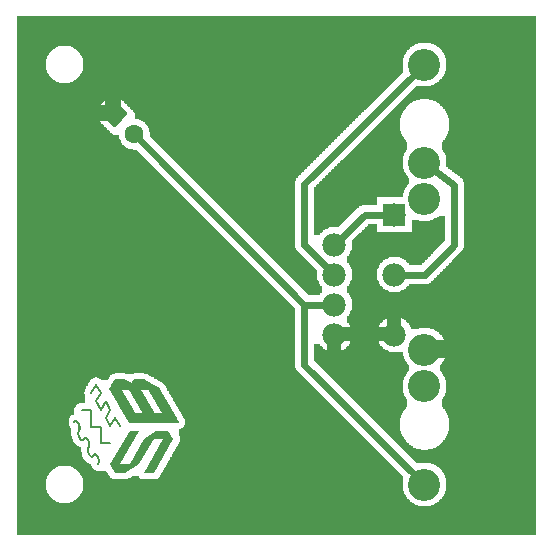
<source format=gtl>
G04 MADE WITH FRITZING*
G04 WWW.FRITZING.ORG*
G04 DOUBLE SIDED*
G04 HOLES PLATED*
G04 CONTOUR ON CENTER OF CONTOUR VECTOR*
%ASAXBY*%
%FSLAX23Y23*%
%MOIN*%
%OFA0B0*%
%SFA1.0B1.0*%
%ADD10C,0.075000*%
%ADD11C,0.107087*%
%ADD12C,0.078000*%
%ADD13C,0.062992*%
%ADD14R,0.078000X0.078000*%
%ADD15C,0.024000*%
%ADD16C,0.006944*%
%ADD17C,0.015748*%
%ADD18R,0.001000X0.001000*%
%LNCOPPER1*%
G90*
G70*
G54D10*
X1511Y1691D03*
G54D11*
X1399Y1161D03*
X1399Y1283D03*
X1399Y1610D03*
G54D12*
X1299Y1110D03*
X1299Y910D03*
X1299Y710D03*
G54D13*
X363Y1447D03*
X432Y1377D03*
G54D11*
X1399Y659D03*
X1399Y537D03*
X1399Y210D03*
G54D12*
X1099Y1010D03*
X1099Y910D03*
X1099Y810D03*
X1099Y710D03*
X1099Y1010D03*
X1099Y910D03*
X1099Y810D03*
X1099Y710D03*
G54D14*
X1299Y1110D03*
G54D15*
X998Y1211D02*
X999Y1010D01*
D02*
X999Y1010D02*
X1078Y931D01*
D02*
X1370Y1581D02*
X998Y1211D01*
D02*
X1121Y1031D02*
X1200Y1109D01*
D02*
X1200Y1109D02*
X1269Y1110D01*
D02*
X998Y610D02*
X1370Y239D01*
D02*
X999Y810D02*
X998Y610D01*
D02*
X999Y810D02*
X500Y1309D01*
D02*
X500Y1309D02*
X451Y1358D01*
D02*
X1400Y909D02*
X1329Y910D01*
D02*
X1499Y1010D02*
X1400Y909D01*
D02*
X1069Y810D02*
X999Y810D01*
D02*
X1499Y1209D02*
X1499Y1010D01*
D02*
X1432Y1259D02*
X1499Y1209D01*
G36*
X40Y1771D02*
X40Y1683D01*
X1414Y1683D01*
X1414Y1681D01*
X1422Y1681D01*
X1422Y1679D01*
X1428Y1679D01*
X1428Y1677D01*
X1432Y1677D01*
X1432Y1675D01*
X1436Y1675D01*
X1436Y1673D01*
X1438Y1673D01*
X1438Y1671D01*
X1442Y1671D01*
X1442Y1669D01*
X1444Y1669D01*
X1444Y1667D01*
X1446Y1667D01*
X1446Y1665D01*
X1450Y1665D01*
X1450Y1663D01*
X1452Y1663D01*
X1452Y1661D01*
X1454Y1661D01*
X1454Y1657D01*
X1456Y1657D01*
X1456Y1655D01*
X1458Y1655D01*
X1458Y1653D01*
X1460Y1653D01*
X1460Y1649D01*
X1462Y1649D01*
X1462Y1647D01*
X1464Y1647D01*
X1464Y1643D01*
X1466Y1643D01*
X1466Y1639D01*
X1468Y1639D01*
X1468Y1633D01*
X1470Y1633D01*
X1470Y1625D01*
X1472Y1625D01*
X1472Y1595D01*
X1470Y1595D01*
X1470Y1587D01*
X1468Y1587D01*
X1468Y1581D01*
X1466Y1581D01*
X1466Y1577D01*
X1464Y1577D01*
X1464Y1573D01*
X1462Y1573D01*
X1462Y1571D01*
X1460Y1571D01*
X1460Y1567D01*
X1458Y1567D01*
X1458Y1565D01*
X1456Y1565D01*
X1456Y1563D01*
X1454Y1563D01*
X1454Y1561D01*
X1452Y1561D01*
X1452Y1557D01*
X1448Y1557D01*
X1448Y1555D01*
X1446Y1555D01*
X1446Y1553D01*
X1444Y1553D01*
X1444Y1551D01*
X1442Y1551D01*
X1442Y1549D01*
X1438Y1549D01*
X1438Y1547D01*
X1434Y1547D01*
X1434Y1545D01*
X1432Y1545D01*
X1432Y1543D01*
X1426Y1543D01*
X1426Y1541D01*
X1422Y1541D01*
X1422Y1539D01*
X1412Y1539D01*
X1412Y1537D01*
X1370Y1537D01*
X1370Y1535D01*
X1368Y1535D01*
X1368Y1533D01*
X1366Y1533D01*
X1366Y1531D01*
X1364Y1531D01*
X1364Y1529D01*
X1362Y1529D01*
X1362Y1527D01*
X1360Y1527D01*
X1360Y1525D01*
X1358Y1525D01*
X1358Y1523D01*
X1356Y1523D01*
X1356Y1521D01*
X1354Y1521D01*
X1354Y1519D01*
X1352Y1519D01*
X1352Y1517D01*
X1350Y1517D01*
X1350Y1515D01*
X1348Y1515D01*
X1348Y1513D01*
X1346Y1513D01*
X1346Y1511D01*
X1344Y1511D01*
X1344Y1509D01*
X1342Y1509D01*
X1342Y1507D01*
X1340Y1507D01*
X1340Y1505D01*
X1338Y1505D01*
X1338Y1503D01*
X1336Y1503D01*
X1336Y1501D01*
X1334Y1501D01*
X1334Y1499D01*
X1332Y1499D01*
X1332Y1497D01*
X1330Y1497D01*
X1330Y1495D01*
X1414Y1495D01*
X1414Y1493D01*
X1422Y1493D01*
X1422Y1491D01*
X1428Y1491D01*
X1428Y1489D01*
X1432Y1489D01*
X1432Y1487D01*
X1436Y1487D01*
X1436Y1485D01*
X1440Y1485D01*
X1440Y1483D01*
X1442Y1483D01*
X1442Y1481D01*
X1446Y1481D01*
X1446Y1479D01*
X1448Y1479D01*
X1448Y1477D01*
X1450Y1477D01*
X1450Y1475D01*
X1452Y1475D01*
X1452Y1473D01*
X1456Y1473D01*
X1456Y1469D01*
X1458Y1469D01*
X1458Y1467D01*
X1460Y1467D01*
X1460Y1465D01*
X1462Y1465D01*
X1462Y1463D01*
X1464Y1463D01*
X1464Y1461D01*
X1466Y1461D01*
X1466Y1457D01*
X1468Y1457D01*
X1468Y1455D01*
X1470Y1455D01*
X1470Y1451D01*
X1472Y1451D01*
X1472Y1447D01*
X1474Y1447D01*
X1474Y1443D01*
X1476Y1443D01*
X1476Y1439D01*
X1478Y1439D01*
X1478Y1433D01*
X1480Y1433D01*
X1480Y1423D01*
X1482Y1423D01*
X1482Y1397D01*
X1480Y1397D01*
X1480Y1387D01*
X1478Y1387D01*
X1478Y1381D01*
X1476Y1381D01*
X1476Y1377D01*
X1474Y1377D01*
X1474Y1373D01*
X1472Y1373D01*
X1472Y1369D01*
X1470Y1369D01*
X1470Y1365D01*
X1468Y1365D01*
X1468Y1363D01*
X1466Y1363D01*
X1466Y1359D01*
X1464Y1359D01*
X1464Y1357D01*
X1462Y1357D01*
X1462Y1355D01*
X1460Y1355D01*
X1460Y1353D01*
X1458Y1353D01*
X1458Y1351D01*
X1456Y1351D01*
X1456Y1329D01*
X1458Y1329D01*
X1458Y1325D01*
X1460Y1325D01*
X1460Y1323D01*
X1462Y1323D01*
X1462Y1319D01*
X1464Y1319D01*
X1464Y1315D01*
X1466Y1315D01*
X1466Y1311D01*
X1468Y1311D01*
X1468Y1307D01*
X1470Y1307D01*
X1470Y1299D01*
X1472Y1299D01*
X1472Y1269D01*
X1474Y1269D01*
X1474Y1267D01*
X1476Y1267D01*
X1476Y1265D01*
X1478Y1265D01*
X1478Y1263D01*
X1482Y1263D01*
X1482Y1261D01*
X1484Y1261D01*
X1484Y1259D01*
X1486Y1259D01*
X1486Y1257D01*
X1490Y1257D01*
X1490Y1255D01*
X1492Y1255D01*
X1492Y1253D01*
X1494Y1253D01*
X1494Y1251D01*
X1498Y1251D01*
X1498Y1249D01*
X1500Y1249D01*
X1500Y1247D01*
X1502Y1247D01*
X1502Y1245D01*
X1506Y1245D01*
X1506Y1243D01*
X1508Y1243D01*
X1508Y1241D01*
X1512Y1241D01*
X1512Y1239D01*
X1514Y1239D01*
X1514Y1237D01*
X1516Y1237D01*
X1516Y1235D01*
X1518Y1235D01*
X1518Y1233D01*
X1522Y1233D01*
X1522Y1231D01*
X1524Y1231D01*
X1524Y1227D01*
X1526Y1227D01*
X1526Y1225D01*
X1528Y1225D01*
X1528Y1219D01*
X1530Y1219D01*
X1530Y999D01*
X1528Y999D01*
X1528Y995D01*
X1526Y995D01*
X1526Y991D01*
X1524Y991D01*
X1524Y989D01*
X1522Y989D01*
X1522Y987D01*
X1520Y987D01*
X1520Y985D01*
X1518Y985D01*
X1518Y983D01*
X1516Y983D01*
X1516Y981D01*
X1514Y981D01*
X1514Y979D01*
X1512Y979D01*
X1512Y977D01*
X1510Y977D01*
X1510Y975D01*
X1508Y975D01*
X1508Y973D01*
X1506Y973D01*
X1506Y971D01*
X1504Y971D01*
X1504Y969D01*
X1502Y969D01*
X1502Y967D01*
X1500Y967D01*
X1500Y965D01*
X1498Y965D01*
X1498Y963D01*
X1496Y963D01*
X1496Y961D01*
X1494Y961D01*
X1494Y959D01*
X1492Y959D01*
X1492Y957D01*
X1490Y957D01*
X1490Y953D01*
X1488Y953D01*
X1488Y951D01*
X1486Y951D01*
X1486Y949D01*
X1484Y949D01*
X1484Y947D01*
X1482Y947D01*
X1482Y945D01*
X1480Y945D01*
X1480Y943D01*
X1478Y943D01*
X1478Y941D01*
X1476Y941D01*
X1476Y939D01*
X1474Y939D01*
X1474Y937D01*
X1472Y937D01*
X1472Y935D01*
X1470Y935D01*
X1470Y933D01*
X1468Y933D01*
X1468Y931D01*
X1466Y931D01*
X1466Y929D01*
X1464Y929D01*
X1464Y927D01*
X1462Y927D01*
X1462Y925D01*
X1460Y925D01*
X1460Y923D01*
X1458Y923D01*
X1458Y921D01*
X1456Y921D01*
X1456Y919D01*
X1454Y919D01*
X1454Y917D01*
X1452Y917D01*
X1452Y915D01*
X1450Y915D01*
X1450Y913D01*
X1448Y913D01*
X1448Y911D01*
X1446Y911D01*
X1446Y909D01*
X1444Y909D01*
X1444Y907D01*
X1442Y907D01*
X1442Y905D01*
X1440Y905D01*
X1440Y903D01*
X1438Y903D01*
X1438Y901D01*
X1436Y901D01*
X1436Y899D01*
X1434Y899D01*
X1434Y897D01*
X1432Y897D01*
X1432Y895D01*
X1430Y895D01*
X1430Y893D01*
X1428Y893D01*
X1428Y891D01*
X1426Y891D01*
X1426Y889D01*
X1424Y889D01*
X1424Y887D01*
X1422Y887D01*
X1422Y885D01*
X1420Y885D01*
X1420Y883D01*
X1418Y883D01*
X1418Y881D01*
X1414Y881D01*
X1414Y879D01*
X1408Y879D01*
X1408Y877D01*
X1348Y877D01*
X1348Y875D01*
X1346Y875D01*
X1346Y873D01*
X1344Y873D01*
X1344Y871D01*
X1342Y871D01*
X1342Y869D01*
X1340Y869D01*
X1340Y867D01*
X1338Y867D01*
X1338Y865D01*
X1336Y865D01*
X1336Y863D01*
X1332Y863D01*
X1332Y861D01*
X1330Y861D01*
X1330Y859D01*
X1326Y859D01*
X1326Y857D01*
X1322Y857D01*
X1322Y855D01*
X1318Y855D01*
X1318Y853D01*
X1308Y853D01*
X1308Y851D01*
X1770Y851D01*
X1770Y1771D01*
X40Y1771D01*
G37*
D02*
G36*
X40Y1683D02*
X40Y1673D01*
X212Y1673D01*
X212Y1671D01*
X220Y1671D01*
X220Y1669D01*
X224Y1669D01*
X224Y1667D01*
X228Y1667D01*
X228Y1665D01*
X232Y1665D01*
X232Y1663D01*
X236Y1663D01*
X236Y1661D01*
X238Y1661D01*
X238Y1659D01*
X240Y1659D01*
X240Y1657D01*
X242Y1657D01*
X242Y1655D01*
X244Y1655D01*
X244Y1653D01*
X246Y1653D01*
X246Y1651D01*
X248Y1651D01*
X248Y1649D01*
X250Y1649D01*
X250Y1647D01*
X252Y1647D01*
X252Y1643D01*
X254Y1643D01*
X254Y1639D01*
X256Y1639D01*
X256Y1635D01*
X258Y1635D01*
X258Y1631D01*
X260Y1631D01*
X260Y1623D01*
X262Y1623D01*
X262Y1597D01*
X260Y1597D01*
X260Y1589D01*
X258Y1589D01*
X258Y1585D01*
X256Y1585D01*
X256Y1581D01*
X254Y1581D01*
X254Y1577D01*
X252Y1577D01*
X252Y1573D01*
X250Y1573D01*
X250Y1571D01*
X248Y1571D01*
X248Y1569D01*
X246Y1569D01*
X246Y1567D01*
X244Y1567D01*
X244Y1565D01*
X242Y1565D01*
X242Y1563D01*
X240Y1563D01*
X240Y1561D01*
X238Y1561D01*
X238Y1559D01*
X234Y1559D01*
X234Y1557D01*
X232Y1557D01*
X232Y1555D01*
X228Y1555D01*
X228Y1553D01*
X224Y1553D01*
X224Y1551D01*
X218Y1551D01*
X218Y1549D01*
X210Y1549D01*
X210Y1547D01*
X1292Y1547D01*
X1292Y1549D01*
X1294Y1549D01*
X1294Y1551D01*
X1296Y1551D01*
X1296Y1553D01*
X1298Y1553D01*
X1298Y1555D01*
X1300Y1555D01*
X1300Y1557D01*
X1302Y1557D01*
X1302Y1559D01*
X1304Y1559D01*
X1304Y1561D01*
X1306Y1561D01*
X1306Y1563D01*
X1308Y1563D01*
X1308Y1565D01*
X1310Y1565D01*
X1310Y1567D01*
X1312Y1567D01*
X1312Y1569D01*
X1314Y1569D01*
X1314Y1571D01*
X1316Y1571D01*
X1316Y1573D01*
X1318Y1573D01*
X1318Y1575D01*
X1320Y1575D01*
X1320Y1577D01*
X1322Y1577D01*
X1322Y1579D01*
X1324Y1579D01*
X1324Y1581D01*
X1326Y1581D01*
X1326Y1623D01*
X1328Y1623D01*
X1328Y1631D01*
X1330Y1631D01*
X1330Y1637D01*
X1332Y1637D01*
X1332Y1641D01*
X1334Y1641D01*
X1334Y1645D01*
X1336Y1645D01*
X1336Y1649D01*
X1338Y1649D01*
X1338Y1653D01*
X1340Y1653D01*
X1340Y1655D01*
X1342Y1655D01*
X1342Y1657D01*
X1344Y1657D01*
X1344Y1659D01*
X1346Y1659D01*
X1346Y1661D01*
X1348Y1661D01*
X1348Y1663D01*
X1350Y1663D01*
X1350Y1665D01*
X1352Y1665D01*
X1352Y1667D01*
X1354Y1667D01*
X1354Y1669D01*
X1356Y1669D01*
X1356Y1671D01*
X1360Y1671D01*
X1360Y1673D01*
X1364Y1673D01*
X1364Y1675D01*
X1366Y1675D01*
X1366Y1677D01*
X1370Y1677D01*
X1370Y1679D01*
X1376Y1679D01*
X1376Y1681D01*
X1384Y1681D01*
X1384Y1683D01*
X40Y1683D01*
G37*
D02*
G36*
X40Y1673D02*
X40Y1547D01*
X188Y1547D01*
X188Y1549D01*
X180Y1549D01*
X180Y1551D01*
X174Y1551D01*
X174Y1553D01*
X170Y1553D01*
X170Y1555D01*
X166Y1555D01*
X166Y1557D01*
X164Y1557D01*
X164Y1559D01*
X160Y1559D01*
X160Y1561D01*
X158Y1561D01*
X158Y1563D01*
X156Y1563D01*
X156Y1565D01*
X154Y1565D01*
X154Y1567D01*
X152Y1567D01*
X152Y1569D01*
X150Y1569D01*
X150Y1571D01*
X148Y1571D01*
X148Y1575D01*
X146Y1575D01*
X146Y1577D01*
X144Y1577D01*
X144Y1581D01*
X142Y1581D01*
X142Y1585D01*
X140Y1585D01*
X140Y1591D01*
X138Y1591D01*
X138Y1599D01*
X136Y1599D01*
X136Y1621D01*
X138Y1621D01*
X138Y1629D01*
X140Y1629D01*
X140Y1635D01*
X142Y1635D01*
X142Y1639D01*
X144Y1639D01*
X144Y1643D01*
X146Y1643D01*
X146Y1645D01*
X148Y1645D01*
X148Y1649D01*
X150Y1649D01*
X150Y1651D01*
X152Y1651D01*
X152Y1653D01*
X154Y1653D01*
X154Y1655D01*
X156Y1655D01*
X156Y1657D01*
X158Y1657D01*
X158Y1659D01*
X160Y1659D01*
X160Y1661D01*
X164Y1661D01*
X164Y1663D01*
X166Y1663D01*
X166Y1665D01*
X170Y1665D01*
X170Y1667D01*
X174Y1667D01*
X174Y1669D01*
X178Y1669D01*
X178Y1671D01*
X186Y1671D01*
X186Y1673D01*
X40Y1673D01*
G37*
D02*
G36*
X40Y1547D02*
X40Y1545D01*
X1290Y1545D01*
X1290Y1547D01*
X40Y1547D01*
G37*
D02*
G36*
X40Y1547D02*
X40Y1545D01*
X1290Y1545D01*
X1290Y1547D01*
X40Y1547D01*
G37*
D02*
G36*
X40Y1545D02*
X40Y1519D01*
X364Y1519D01*
X364Y1517D01*
X366Y1517D01*
X366Y1515D01*
X368Y1515D01*
X368Y1513D01*
X370Y1513D01*
X370Y1511D01*
X372Y1511D01*
X372Y1509D01*
X374Y1509D01*
X374Y1507D01*
X376Y1507D01*
X376Y1505D01*
X378Y1505D01*
X378Y1503D01*
X380Y1503D01*
X380Y1501D01*
X382Y1501D01*
X382Y1499D01*
X384Y1499D01*
X384Y1497D01*
X386Y1497D01*
X386Y1495D01*
X388Y1495D01*
X388Y1493D01*
X390Y1493D01*
X390Y1491D01*
X392Y1491D01*
X392Y1489D01*
X394Y1489D01*
X394Y1487D01*
X396Y1487D01*
X396Y1485D01*
X398Y1485D01*
X398Y1483D01*
X400Y1483D01*
X400Y1481D01*
X402Y1481D01*
X402Y1479D01*
X404Y1479D01*
X404Y1477D01*
X406Y1477D01*
X406Y1475D01*
X408Y1475D01*
X408Y1473D01*
X410Y1473D01*
X410Y1471D01*
X412Y1471D01*
X412Y1469D01*
X414Y1469D01*
X414Y1467D01*
X416Y1467D01*
X416Y1465D01*
X418Y1465D01*
X418Y1463D01*
X420Y1463D01*
X420Y1461D01*
X422Y1461D01*
X422Y1459D01*
X424Y1459D01*
X424Y1457D01*
X426Y1457D01*
X426Y1455D01*
X428Y1455D01*
X428Y1453D01*
X430Y1453D01*
X430Y1451D01*
X432Y1451D01*
X432Y1449D01*
X434Y1449D01*
X434Y1429D01*
X436Y1429D01*
X436Y1427D01*
X448Y1427D01*
X448Y1425D01*
X454Y1425D01*
X454Y1423D01*
X458Y1423D01*
X458Y1421D01*
X460Y1421D01*
X460Y1419D01*
X464Y1419D01*
X464Y1417D01*
X466Y1417D01*
X466Y1415D01*
X468Y1415D01*
X468Y1413D01*
X470Y1413D01*
X470Y1411D01*
X472Y1411D01*
X472Y1409D01*
X474Y1409D01*
X474Y1405D01*
X476Y1405D01*
X476Y1403D01*
X478Y1403D01*
X478Y1399D01*
X480Y1399D01*
X480Y1393D01*
X482Y1393D01*
X482Y1385D01*
X484Y1385D01*
X484Y1369D01*
X486Y1369D01*
X486Y1367D01*
X488Y1367D01*
X488Y1365D01*
X490Y1365D01*
X490Y1363D01*
X492Y1363D01*
X492Y1361D01*
X494Y1361D01*
X494Y1359D01*
X496Y1359D01*
X496Y1357D01*
X498Y1357D01*
X498Y1355D01*
X500Y1355D01*
X500Y1353D01*
X502Y1353D01*
X502Y1351D01*
X504Y1351D01*
X504Y1349D01*
X506Y1349D01*
X506Y1347D01*
X508Y1347D01*
X508Y1345D01*
X510Y1345D01*
X510Y1343D01*
X512Y1343D01*
X512Y1341D01*
X514Y1341D01*
X514Y1339D01*
X516Y1339D01*
X516Y1337D01*
X518Y1337D01*
X518Y1335D01*
X520Y1335D01*
X520Y1333D01*
X522Y1333D01*
X522Y1331D01*
X524Y1331D01*
X524Y1329D01*
X526Y1329D01*
X526Y1327D01*
X528Y1327D01*
X528Y1325D01*
X530Y1325D01*
X530Y1323D01*
X532Y1323D01*
X532Y1321D01*
X534Y1321D01*
X534Y1319D01*
X536Y1319D01*
X536Y1317D01*
X538Y1317D01*
X538Y1315D01*
X540Y1315D01*
X540Y1313D01*
X542Y1313D01*
X542Y1311D01*
X544Y1311D01*
X544Y1309D01*
X546Y1309D01*
X546Y1307D01*
X548Y1307D01*
X548Y1305D01*
X550Y1305D01*
X550Y1303D01*
X552Y1303D01*
X552Y1301D01*
X554Y1301D01*
X554Y1299D01*
X556Y1299D01*
X556Y1297D01*
X558Y1297D01*
X558Y1295D01*
X560Y1295D01*
X560Y1293D01*
X562Y1293D01*
X562Y1291D01*
X564Y1291D01*
X564Y1289D01*
X566Y1289D01*
X566Y1287D01*
X568Y1287D01*
X568Y1285D01*
X570Y1285D01*
X570Y1283D01*
X572Y1283D01*
X572Y1281D01*
X574Y1281D01*
X574Y1279D01*
X576Y1279D01*
X576Y1277D01*
X578Y1277D01*
X578Y1275D01*
X580Y1275D01*
X580Y1273D01*
X582Y1273D01*
X582Y1271D01*
X584Y1271D01*
X584Y1269D01*
X586Y1269D01*
X586Y1267D01*
X588Y1267D01*
X588Y1265D01*
X590Y1265D01*
X590Y1263D01*
X592Y1263D01*
X592Y1261D01*
X594Y1261D01*
X594Y1259D01*
X596Y1259D01*
X596Y1257D01*
X598Y1257D01*
X598Y1255D01*
X600Y1255D01*
X600Y1253D01*
X602Y1253D01*
X602Y1251D01*
X604Y1251D01*
X604Y1249D01*
X606Y1249D01*
X606Y1247D01*
X608Y1247D01*
X608Y1245D01*
X610Y1245D01*
X610Y1243D01*
X612Y1243D01*
X612Y1241D01*
X614Y1241D01*
X614Y1239D01*
X616Y1239D01*
X616Y1237D01*
X618Y1237D01*
X618Y1235D01*
X620Y1235D01*
X620Y1233D01*
X622Y1233D01*
X622Y1231D01*
X624Y1231D01*
X624Y1229D01*
X626Y1229D01*
X626Y1227D01*
X628Y1227D01*
X628Y1225D01*
X630Y1225D01*
X630Y1223D01*
X632Y1223D01*
X632Y1221D01*
X634Y1221D01*
X634Y1219D01*
X636Y1219D01*
X636Y1217D01*
X638Y1217D01*
X638Y1215D01*
X640Y1215D01*
X640Y1213D01*
X642Y1213D01*
X642Y1211D01*
X644Y1211D01*
X644Y1209D01*
X646Y1209D01*
X646Y1207D01*
X648Y1207D01*
X648Y1205D01*
X650Y1205D01*
X650Y1203D01*
X652Y1203D01*
X652Y1201D01*
X654Y1201D01*
X654Y1199D01*
X656Y1199D01*
X656Y1197D01*
X658Y1197D01*
X658Y1195D01*
X660Y1195D01*
X660Y1193D01*
X662Y1193D01*
X662Y1191D01*
X664Y1191D01*
X664Y1189D01*
X666Y1189D01*
X666Y1187D01*
X668Y1187D01*
X668Y1185D01*
X670Y1185D01*
X670Y1183D01*
X672Y1183D01*
X672Y1181D01*
X674Y1181D01*
X674Y1179D01*
X676Y1179D01*
X676Y1177D01*
X678Y1177D01*
X678Y1175D01*
X680Y1175D01*
X680Y1173D01*
X682Y1173D01*
X682Y1171D01*
X684Y1171D01*
X684Y1169D01*
X686Y1169D01*
X686Y1167D01*
X688Y1167D01*
X688Y1165D01*
X690Y1165D01*
X690Y1163D01*
X692Y1163D01*
X692Y1161D01*
X694Y1161D01*
X694Y1159D01*
X696Y1159D01*
X696Y1157D01*
X698Y1157D01*
X698Y1155D01*
X700Y1155D01*
X700Y1153D01*
X702Y1153D01*
X702Y1151D01*
X704Y1151D01*
X704Y1149D01*
X706Y1149D01*
X706Y1147D01*
X708Y1147D01*
X708Y1145D01*
X710Y1145D01*
X710Y1143D01*
X712Y1143D01*
X712Y1141D01*
X714Y1141D01*
X714Y1139D01*
X716Y1139D01*
X716Y1137D01*
X718Y1137D01*
X718Y1135D01*
X720Y1135D01*
X720Y1133D01*
X722Y1133D01*
X722Y1131D01*
X724Y1131D01*
X724Y1129D01*
X726Y1129D01*
X726Y1127D01*
X728Y1127D01*
X728Y1125D01*
X730Y1125D01*
X730Y1123D01*
X732Y1123D01*
X732Y1121D01*
X734Y1121D01*
X734Y1119D01*
X736Y1119D01*
X736Y1117D01*
X738Y1117D01*
X738Y1115D01*
X740Y1115D01*
X740Y1113D01*
X742Y1113D01*
X742Y1111D01*
X744Y1111D01*
X744Y1109D01*
X746Y1109D01*
X746Y1107D01*
X748Y1107D01*
X748Y1105D01*
X750Y1105D01*
X750Y1103D01*
X752Y1103D01*
X752Y1101D01*
X754Y1101D01*
X754Y1099D01*
X756Y1099D01*
X756Y1097D01*
X758Y1097D01*
X758Y1095D01*
X760Y1095D01*
X760Y1093D01*
X762Y1093D01*
X762Y1091D01*
X764Y1091D01*
X764Y1089D01*
X766Y1089D01*
X766Y1087D01*
X768Y1087D01*
X768Y1085D01*
X770Y1085D01*
X770Y1083D01*
X772Y1083D01*
X772Y1081D01*
X774Y1081D01*
X774Y1079D01*
X776Y1079D01*
X776Y1077D01*
X778Y1077D01*
X778Y1075D01*
X780Y1075D01*
X780Y1073D01*
X782Y1073D01*
X782Y1071D01*
X784Y1071D01*
X784Y1069D01*
X786Y1069D01*
X786Y1067D01*
X788Y1067D01*
X788Y1065D01*
X790Y1065D01*
X790Y1063D01*
X792Y1063D01*
X792Y1061D01*
X794Y1061D01*
X794Y1059D01*
X796Y1059D01*
X796Y1057D01*
X798Y1057D01*
X798Y1055D01*
X800Y1055D01*
X800Y1053D01*
X802Y1053D01*
X802Y1051D01*
X804Y1051D01*
X804Y1049D01*
X806Y1049D01*
X806Y1047D01*
X808Y1047D01*
X808Y1045D01*
X810Y1045D01*
X810Y1043D01*
X812Y1043D01*
X812Y1041D01*
X814Y1041D01*
X814Y1039D01*
X816Y1039D01*
X816Y1037D01*
X818Y1037D01*
X818Y1035D01*
X820Y1035D01*
X820Y1033D01*
X822Y1033D01*
X822Y1031D01*
X824Y1031D01*
X824Y1029D01*
X826Y1029D01*
X826Y1027D01*
X828Y1027D01*
X828Y1025D01*
X830Y1025D01*
X830Y1023D01*
X832Y1023D01*
X832Y1021D01*
X834Y1021D01*
X834Y1019D01*
X836Y1019D01*
X836Y1017D01*
X838Y1017D01*
X838Y1015D01*
X840Y1015D01*
X840Y1013D01*
X842Y1013D01*
X842Y1011D01*
X844Y1011D01*
X844Y1009D01*
X846Y1009D01*
X846Y1007D01*
X848Y1007D01*
X848Y1005D01*
X850Y1005D01*
X850Y1003D01*
X852Y1003D01*
X852Y1001D01*
X854Y1001D01*
X854Y999D01*
X856Y999D01*
X856Y997D01*
X858Y997D01*
X858Y995D01*
X860Y995D01*
X860Y993D01*
X862Y993D01*
X862Y991D01*
X864Y991D01*
X864Y989D01*
X866Y989D01*
X866Y987D01*
X868Y987D01*
X868Y985D01*
X870Y985D01*
X870Y983D01*
X872Y983D01*
X872Y981D01*
X874Y981D01*
X874Y979D01*
X876Y979D01*
X876Y977D01*
X878Y977D01*
X878Y975D01*
X880Y975D01*
X880Y973D01*
X882Y973D01*
X882Y971D01*
X884Y971D01*
X884Y969D01*
X886Y969D01*
X886Y967D01*
X888Y967D01*
X888Y965D01*
X890Y965D01*
X890Y963D01*
X892Y963D01*
X892Y961D01*
X894Y961D01*
X894Y959D01*
X896Y959D01*
X896Y957D01*
X898Y957D01*
X898Y955D01*
X900Y955D01*
X900Y953D01*
X902Y953D01*
X902Y951D01*
X904Y951D01*
X904Y949D01*
X906Y949D01*
X906Y947D01*
X908Y947D01*
X908Y945D01*
X910Y945D01*
X910Y943D01*
X912Y943D01*
X912Y941D01*
X914Y941D01*
X914Y939D01*
X916Y939D01*
X916Y937D01*
X918Y937D01*
X918Y935D01*
X920Y935D01*
X920Y933D01*
X922Y933D01*
X922Y931D01*
X924Y931D01*
X924Y929D01*
X926Y929D01*
X926Y927D01*
X928Y927D01*
X928Y925D01*
X930Y925D01*
X930Y923D01*
X932Y923D01*
X932Y921D01*
X934Y921D01*
X934Y919D01*
X936Y919D01*
X936Y917D01*
X938Y917D01*
X938Y915D01*
X940Y915D01*
X940Y913D01*
X942Y913D01*
X942Y911D01*
X944Y911D01*
X944Y909D01*
X946Y909D01*
X946Y907D01*
X948Y907D01*
X948Y905D01*
X950Y905D01*
X950Y903D01*
X952Y903D01*
X952Y901D01*
X954Y901D01*
X954Y899D01*
X956Y899D01*
X956Y897D01*
X958Y897D01*
X958Y895D01*
X960Y895D01*
X960Y893D01*
X962Y893D01*
X962Y891D01*
X964Y891D01*
X964Y889D01*
X966Y889D01*
X966Y887D01*
X968Y887D01*
X968Y885D01*
X970Y885D01*
X970Y883D01*
X972Y883D01*
X972Y881D01*
X974Y881D01*
X974Y879D01*
X976Y879D01*
X976Y877D01*
X978Y877D01*
X978Y875D01*
X980Y875D01*
X980Y873D01*
X982Y873D01*
X982Y871D01*
X984Y871D01*
X984Y869D01*
X986Y869D01*
X986Y867D01*
X988Y867D01*
X988Y865D01*
X990Y865D01*
X990Y863D01*
X992Y863D01*
X992Y861D01*
X994Y861D01*
X994Y859D01*
X996Y859D01*
X996Y857D01*
X998Y857D01*
X998Y855D01*
X1000Y855D01*
X1000Y853D01*
X1002Y853D01*
X1002Y851D01*
X1004Y851D01*
X1004Y849D01*
X1006Y849D01*
X1006Y847D01*
X1008Y847D01*
X1008Y845D01*
X1010Y845D01*
X1010Y843D01*
X1052Y843D01*
X1052Y847D01*
X1054Y847D01*
X1054Y849D01*
X1056Y849D01*
X1056Y871D01*
X1054Y871D01*
X1054Y873D01*
X1052Y873D01*
X1052Y877D01*
X1050Y877D01*
X1050Y879D01*
X1048Y879D01*
X1048Y883D01*
X1046Y883D01*
X1046Y887D01*
X1044Y887D01*
X1044Y893D01*
X1042Y893D01*
X1042Y901D01*
X1040Y901D01*
X1040Y925D01*
X1038Y925D01*
X1038Y927D01*
X1036Y927D01*
X1036Y929D01*
X1034Y929D01*
X1034Y931D01*
X1032Y931D01*
X1032Y933D01*
X1030Y933D01*
X1030Y935D01*
X1028Y935D01*
X1028Y937D01*
X1026Y937D01*
X1026Y939D01*
X1024Y939D01*
X1024Y941D01*
X1022Y941D01*
X1022Y943D01*
X1020Y943D01*
X1020Y945D01*
X1018Y945D01*
X1018Y947D01*
X1016Y947D01*
X1016Y949D01*
X1014Y949D01*
X1014Y951D01*
X1012Y951D01*
X1012Y953D01*
X1010Y953D01*
X1010Y955D01*
X1008Y955D01*
X1008Y957D01*
X1006Y957D01*
X1006Y959D01*
X1004Y959D01*
X1004Y961D01*
X1002Y961D01*
X1002Y963D01*
X1000Y963D01*
X1000Y965D01*
X998Y965D01*
X998Y967D01*
X996Y967D01*
X996Y969D01*
X994Y969D01*
X994Y971D01*
X992Y971D01*
X992Y973D01*
X990Y973D01*
X990Y975D01*
X988Y975D01*
X988Y977D01*
X986Y977D01*
X986Y979D01*
X984Y979D01*
X984Y981D01*
X982Y981D01*
X982Y983D01*
X980Y983D01*
X980Y985D01*
X978Y985D01*
X978Y987D01*
X976Y987D01*
X976Y989D01*
X974Y989D01*
X974Y991D01*
X972Y991D01*
X972Y995D01*
X970Y995D01*
X970Y999D01*
X968Y999D01*
X968Y1009D01*
X966Y1009D01*
X966Y1217D01*
X968Y1217D01*
X968Y1223D01*
X970Y1223D01*
X970Y1227D01*
X972Y1227D01*
X972Y1231D01*
X974Y1231D01*
X974Y1233D01*
X976Y1233D01*
X976Y1235D01*
X978Y1235D01*
X978Y1237D01*
X980Y1237D01*
X980Y1239D01*
X982Y1239D01*
X982Y1241D01*
X984Y1241D01*
X984Y1243D01*
X986Y1243D01*
X986Y1245D01*
X988Y1245D01*
X988Y1247D01*
X990Y1247D01*
X990Y1249D01*
X992Y1249D01*
X992Y1251D01*
X994Y1251D01*
X994Y1253D01*
X996Y1253D01*
X996Y1255D01*
X998Y1255D01*
X998Y1257D01*
X1000Y1257D01*
X1000Y1259D01*
X1002Y1259D01*
X1002Y1261D01*
X1004Y1261D01*
X1004Y1263D01*
X1006Y1263D01*
X1006Y1265D01*
X1008Y1265D01*
X1008Y1267D01*
X1010Y1267D01*
X1010Y1269D01*
X1012Y1269D01*
X1012Y1271D01*
X1014Y1271D01*
X1014Y1273D01*
X1016Y1273D01*
X1016Y1275D01*
X1018Y1275D01*
X1018Y1277D01*
X1020Y1277D01*
X1020Y1279D01*
X1022Y1279D01*
X1022Y1281D01*
X1024Y1281D01*
X1024Y1283D01*
X1026Y1283D01*
X1026Y1285D01*
X1028Y1285D01*
X1028Y1287D01*
X1030Y1287D01*
X1030Y1289D01*
X1032Y1289D01*
X1032Y1291D01*
X1034Y1291D01*
X1034Y1293D01*
X1036Y1293D01*
X1036Y1295D01*
X1038Y1295D01*
X1038Y1297D01*
X1040Y1297D01*
X1040Y1299D01*
X1042Y1299D01*
X1042Y1301D01*
X1044Y1301D01*
X1044Y1303D01*
X1046Y1303D01*
X1046Y1305D01*
X1048Y1305D01*
X1048Y1307D01*
X1050Y1307D01*
X1050Y1309D01*
X1052Y1309D01*
X1052Y1311D01*
X1054Y1311D01*
X1054Y1313D01*
X1056Y1313D01*
X1056Y1315D01*
X1058Y1315D01*
X1058Y1317D01*
X1060Y1317D01*
X1060Y1319D01*
X1062Y1319D01*
X1062Y1321D01*
X1064Y1321D01*
X1064Y1323D01*
X1066Y1323D01*
X1066Y1325D01*
X1068Y1325D01*
X1068Y1327D01*
X1070Y1327D01*
X1070Y1329D01*
X1072Y1329D01*
X1072Y1331D01*
X1074Y1331D01*
X1074Y1333D01*
X1076Y1333D01*
X1076Y1335D01*
X1078Y1335D01*
X1078Y1337D01*
X1080Y1337D01*
X1080Y1339D01*
X1082Y1339D01*
X1082Y1341D01*
X1084Y1341D01*
X1084Y1343D01*
X1086Y1343D01*
X1086Y1345D01*
X1088Y1345D01*
X1088Y1347D01*
X1090Y1347D01*
X1090Y1349D01*
X1092Y1349D01*
X1092Y1351D01*
X1094Y1351D01*
X1094Y1353D01*
X1096Y1353D01*
X1096Y1355D01*
X1098Y1355D01*
X1098Y1357D01*
X1100Y1357D01*
X1100Y1359D01*
X1102Y1359D01*
X1102Y1361D01*
X1104Y1361D01*
X1104Y1363D01*
X1106Y1363D01*
X1106Y1365D01*
X1108Y1365D01*
X1108Y1367D01*
X1110Y1367D01*
X1110Y1369D01*
X1112Y1369D01*
X1112Y1371D01*
X1114Y1371D01*
X1114Y1373D01*
X1116Y1373D01*
X1116Y1375D01*
X1118Y1375D01*
X1118Y1377D01*
X1120Y1377D01*
X1120Y1379D01*
X1122Y1379D01*
X1122Y1381D01*
X1124Y1381D01*
X1124Y1383D01*
X1126Y1383D01*
X1126Y1385D01*
X1128Y1385D01*
X1128Y1387D01*
X1130Y1387D01*
X1130Y1389D01*
X1132Y1389D01*
X1132Y1391D01*
X1134Y1391D01*
X1134Y1393D01*
X1136Y1393D01*
X1136Y1395D01*
X1138Y1395D01*
X1138Y1397D01*
X1140Y1397D01*
X1140Y1399D01*
X1142Y1399D01*
X1142Y1401D01*
X1144Y1401D01*
X1144Y1403D01*
X1146Y1403D01*
X1146Y1405D01*
X1148Y1405D01*
X1148Y1407D01*
X1150Y1407D01*
X1150Y1409D01*
X1152Y1409D01*
X1152Y1411D01*
X1154Y1411D01*
X1154Y1413D01*
X1156Y1413D01*
X1156Y1415D01*
X1158Y1415D01*
X1158Y1417D01*
X1160Y1417D01*
X1160Y1419D01*
X1162Y1419D01*
X1162Y1421D01*
X1164Y1421D01*
X1164Y1423D01*
X1166Y1423D01*
X1166Y1425D01*
X1168Y1425D01*
X1168Y1427D01*
X1170Y1427D01*
X1170Y1429D01*
X1172Y1429D01*
X1172Y1431D01*
X1174Y1431D01*
X1174Y1433D01*
X1176Y1433D01*
X1176Y1435D01*
X1178Y1435D01*
X1178Y1437D01*
X1180Y1437D01*
X1180Y1439D01*
X1182Y1439D01*
X1182Y1441D01*
X1184Y1441D01*
X1184Y1443D01*
X1186Y1443D01*
X1186Y1445D01*
X1188Y1445D01*
X1188Y1447D01*
X1190Y1447D01*
X1190Y1449D01*
X1192Y1449D01*
X1192Y1451D01*
X1194Y1451D01*
X1194Y1453D01*
X1196Y1453D01*
X1196Y1455D01*
X1198Y1455D01*
X1198Y1457D01*
X1202Y1457D01*
X1202Y1459D01*
X1204Y1459D01*
X1204Y1461D01*
X1206Y1461D01*
X1206Y1463D01*
X1208Y1463D01*
X1208Y1465D01*
X1210Y1465D01*
X1210Y1467D01*
X1212Y1467D01*
X1212Y1469D01*
X1214Y1469D01*
X1214Y1471D01*
X1216Y1471D01*
X1216Y1473D01*
X1218Y1473D01*
X1218Y1475D01*
X1220Y1475D01*
X1220Y1477D01*
X1222Y1477D01*
X1222Y1479D01*
X1224Y1479D01*
X1224Y1481D01*
X1226Y1481D01*
X1226Y1483D01*
X1228Y1483D01*
X1228Y1485D01*
X1230Y1485D01*
X1230Y1487D01*
X1232Y1487D01*
X1232Y1489D01*
X1234Y1489D01*
X1234Y1491D01*
X1236Y1491D01*
X1236Y1493D01*
X1238Y1493D01*
X1238Y1495D01*
X1240Y1495D01*
X1240Y1497D01*
X1242Y1497D01*
X1242Y1499D01*
X1244Y1499D01*
X1244Y1501D01*
X1246Y1501D01*
X1246Y1503D01*
X1248Y1503D01*
X1248Y1505D01*
X1250Y1505D01*
X1250Y1507D01*
X1252Y1507D01*
X1252Y1509D01*
X1254Y1509D01*
X1254Y1511D01*
X1256Y1511D01*
X1256Y1513D01*
X1258Y1513D01*
X1258Y1515D01*
X1260Y1515D01*
X1260Y1517D01*
X1262Y1517D01*
X1262Y1519D01*
X1264Y1519D01*
X1264Y1521D01*
X1266Y1521D01*
X1266Y1523D01*
X1268Y1523D01*
X1268Y1525D01*
X1270Y1525D01*
X1270Y1527D01*
X1272Y1527D01*
X1272Y1529D01*
X1274Y1529D01*
X1274Y1531D01*
X1276Y1531D01*
X1276Y1533D01*
X1278Y1533D01*
X1278Y1535D01*
X1280Y1535D01*
X1280Y1537D01*
X1282Y1537D01*
X1282Y1539D01*
X1284Y1539D01*
X1284Y1541D01*
X1286Y1541D01*
X1286Y1543D01*
X1288Y1543D01*
X1288Y1545D01*
X40Y1545D01*
G37*
D02*
G36*
X40Y1519D02*
X40Y581D01*
X464Y581D01*
X464Y579D01*
X474Y579D01*
X474Y577D01*
X478Y577D01*
X478Y575D01*
X482Y575D01*
X482Y573D01*
X486Y573D01*
X486Y571D01*
X488Y571D01*
X488Y569D01*
X492Y569D01*
X492Y567D01*
X496Y567D01*
X496Y565D01*
X498Y565D01*
X498Y563D01*
X502Y563D01*
X502Y561D01*
X506Y561D01*
X506Y559D01*
X510Y559D01*
X510Y557D01*
X512Y557D01*
X512Y555D01*
X516Y555D01*
X516Y553D01*
X520Y553D01*
X520Y551D01*
X524Y551D01*
X524Y549D01*
X526Y549D01*
X526Y547D01*
X528Y547D01*
X528Y545D01*
X530Y545D01*
X530Y543D01*
X532Y543D01*
X532Y541D01*
X534Y541D01*
X534Y537D01*
X536Y537D01*
X536Y535D01*
X538Y535D01*
X538Y531D01*
X540Y531D01*
X540Y527D01*
X542Y527D01*
X542Y523D01*
X544Y523D01*
X544Y521D01*
X546Y521D01*
X546Y517D01*
X548Y517D01*
X548Y513D01*
X550Y513D01*
X550Y509D01*
X552Y509D01*
X552Y507D01*
X554Y507D01*
X554Y503D01*
X556Y503D01*
X556Y499D01*
X558Y499D01*
X558Y497D01*
X560Y497D01*
X560Y493D01*
X562Y493D01*
X562Y489D01*
X564Y489D01*
X564Y485D01*
X566Y485D01*
X566Y483D01*
X568Y483D01*
X568Y479D01*
X570Y479D01*
X570Y475D01*
X572Y475D01*
X572Y471D01*
X574Y471D01*
X574Y469D01*
X576Y469D01*
X576Y465D01*
X578Y465D01*
X578Y461D01*
X580Y461D01*
X580Y457D01*
X582Y457D01*
X582Y455D01*
X584Y455D01*
X584Y451D01*
X586Y451D01*
X586Y447D01*
X588Y447D01*
X588Y445D01*
X590Y445D01*
X590Y441D01*
X592Y441D01*
X592Y437D01*
X594Y437D01*
X594Y433D01*
X596Y433D01*
X596Y431D01*
X598Y431D01*
X598Y427D01*
X600Y427D01*
X600Y409D01*
X598Y409D01*
X598Y405D01*
X596Y405D01*
X596Y401D01*
X594Y401D01*
X594Y399D01*
X590Y399D01*
X590Y397D01*
X588Y397D01*
X588Y395D01*
X580Y395D01*
X580Y375D01*
X582Y375D01*
X582Y371D01*
X584Y371D01*
X584Y353D01*
X582Y353D01*
X582Y349D01*
X580Y349D01*
X580Y345D01*
X578Y345D01*
X578Y341D01*
X576Y341D01*
X576Y339D01*
X574Y339D01*
X574Y335D01*
X572Y335D01*
X572Y331D01*
X570Y331D01*
X570Y327D01*
X568Y327D01*
X568Y325D01*
X566Y325D01*
X566Y321D01*
X564Y321D01*
X564Y317D01*
X562Y317D01*
X562Y313D01*
X560Y313D01*
X560Y311D01*
X558Y311D01*
X558Y307D01*
X556Y307D01*
X556Y303D01*
X554Y303D01*
X554Y301D01*
X552Y301D01*
X552Y297D01*
X550Y297D01*
X550Y293D01*
X548Y293D01*
X548Y289D01*
X546Y289D01*
X546Y287D01*
X544Y287D01*
X544Y283D01*
X542Y283D01*
X542Y279D01*
X540Y279D01*
X540Y275D01*
X538Y275D01*
X538Y273D01*
X536Y273D01*
X536Y269D01*
X534Y269D01*
X534Y265D01*
X532Y265D01*
X532Y263D01*
X530Y263D01*
X530Y259D01*
X528Y259D01*
X528Y255D01*
X526Y255D01*
X526Y251D01*
X524Y251D01*
X524Y249D01*
X522Y249D01*
X522Y245D01*
X520Y245D01*
X520Y241D01*
X518Y241D01*
X518Y237D01*
X516Y237D01*
X516Y235D01*
X514Y235D01*
X514Y233D01*
X512Y233D01*
X512Y231D01*
X510Y231D01*
X510Y229D01*
X504Y229D01*
X504Y227D01*
X1326Y227D01*
X1326Y239D01*
X1324Y239D01*
X1324Y241D01*
X1322Y241D01*
X1322Y243D01*
X1320Y243D01*
X1320Y245D01*
X1318Y245D01*
X1318Y247D01*
X1316Y247D01*
X1316Y249D01*
X1314Y249D01*
X1314Y251D01*
X1312Y251D01*
X1312Y253D01*
X1310Y253D01*
X1310Y255D01*
X1308Y255D01*
X1308Y257D01*
X1306Y257D01*
X1306Y259D01*
X1304Y259D01*
X1304Y261D01*
X1302Y261D01*
X1302Y263D01*
X1300Y263D01*
X1300Y265D01*
X1298Y265D01*
X1298Y267D01*
X1296Y267D01*
X1296Y269D01*
X1294Y269D01*
X1294Y271D01*
X1292Y271D01*
X1292Y273D01*
X1290Y273D01*
X1290Y275D01*
X1288Y275D01*
X1288Y277D01*
X1286Y277D01*
X1286Y279D01*
X1284Y279D01*
X1284Y281D01*
X1282Y281D01*
X1282Y283D01*
X1280Y283D01*
X1280Y285D01*
X1278Y285D01*
X1278Y287D01*
X1276Y287D01*
X1276Y289D01*
X1274Y289D01*
X1274Y291D01*
X1272Y291D01*
X1272Y293D01*
X1270Y293D01*
X1270Y295D01*
X1268Y295D01*
X1268Y297D01*
X1266Y297D01*
X1266Y299D01*
X1264Y299D01*
X1264Y301D01*
X1262Y301D01*
X1262Y303D01*
X1260Y303D01*
X1260Y305D01*
X1258Y305D01*
X1258Y307D01*
X1256Y307D01*
X1256Y309D01*
X1254Y309D01*
X1254Y311D01*
X1252Y311D01*
X1252Y313D01*
X1250Y313D01*
X1250Y315D01*
X1248Y315D01*
X1248Y317D01*
X1246Y317D01*
X1246Y319D01*
X1244Y319D01*
X1244Y321D01*
X1242Y321D01*
X1242Y323D01*
X1240Y323D01*
X1240Y325D01*
X1238Y325D01*
X1238Y327D01*
X1236Y327D01*
X1236Y329D01*
X1234Y329D01*
X1234Y331D01*
X1232Y331D01*
X1232Y333D01*
X1230Y333D01*
X1230Y335D01*
X1228Y335D01*
X1228Y337D01*
X1226Y337D01*
X1226Y339D01*
X1224Y339D01*
X1224Y341D01*
X1222Y341D01*
X1222Y343D01*
X1220Y343D01*
X1220Y345D01*
X1218Y345D01*
X1218Y347D01*
X1216Y347D01*
X1216Y349D01*
X1214Y349D01*
X1214Y351D01*
X1212Y351D01*
X1212Y353D01*
X1210Y353D01*
X1210Y355D01*
X1208Y355D01*
X1208Y357D01*
X1206Y357D01*
X1206Y359D01*
X1204Y359D01*
X1204Y361D01*
X1202Y361D01*
X1202Y363D01*
X1200Y363D01*
X1200Y365D01*
X1198Y365D01*
X1198Y367D01*
X1196Y367D01*
X1196Y369D01*
X1194Y369D01*
X1194Y371D01*
X1192Y371D01*
X1192Y373D01*
X1190Y373D01*
X1190Y375D01*
X1188Y375D01*
X1188Y377D01*
X1186Y377D01*
X1186Y379D01*
X1184Y379D01*
X1184Y381D01*
X1182Y381D01*
X1182Y383D01*
X1180Y383D01*
X1180Y385D01*
X1178Y385D01*
X1178Y387D01*
X1176Y387D01*
X1176Y389D01*
X1174Y389D01*
X1174Y391D01*
X1172Y391D01*
X1172Y393D01*
X1170Y393D01*
X1170Y395D01*
X1168Y395D01*
X1168Y397D01*
X1166Y397D01*
X1166Y399D01*
X1164Y399D01*
X1164Y401D01*
X1162Y401D01*
X1162Y403D01*
X1160Y403D01*
X1160Y405D01*
X1158Y405D01*
X1158Y407D01*
X1156Y407D01*
X1156Y409D01*
X1154Y409D01*
X1154Y411D01*
X1152Y411D01*
X1152Y413D01*
X1150Y413D01*
X1150Y415D01*
X1148Y415D01*
X1148Y417D01*
X1146Y417D01*
X1146Y419D01*
X1144Y419D01*
X1144Y421D01*
X1142Y421D01*
X1142Y423D01*
X1140Y423D01*
X1140Y425D01*
X1138Y425D01*
X1138Y427D01*
X1136Y427D01*
X1136Y429D01*
X1134Y429D01*
X1134Y431D01*
X1132Y431D01*
X1132Y433D01*
X1130Y433D01*
X1130Y435D01*
X1128Y435D01*
X1128Y437D01*
X1126Y437D01*
X1126Y439D01*
X1124Y439D01*
X1124Y441D01*
X1122Y441D01*
X1122Y443D01*
X1120Y443D01*
X1120Y445D01*
X1118Y445D01*
X1118Y447D01*
X1116Y447D01*
X1116Y449D01*
X1114Y449D01*
X1114Y451D01*
X1112Y451D01*
X1112Y453D01*
X1110Y453D01*
X1110Y455D01*
X1108Y455D01*
X1108Y457D01*
X1106Y457D01*
X1106Y459D01*
X1104Y459D01*
X1104Y461D01*
X1102Y461D01*
X1102Y463D01*
X1100Y463D01*
X1100Y465D01*
X1098Y465D01*
X1098Y467D01*
X1096Y467D01*
X1096Y469D01*
X1094Y469D01*
X1094Y471D01*
X1092Y471D01*
X1092Y473D01*
X1090Y473D01*
X1090Y475D01*
X1088Y475D01*
X1088Y477D01*
X1086Y477D01*
X1086Y479D01*
X1084Y479D01*
X1084Y481D01*
X1082Y481D01*
X1082Y483D01*
X1080Y483D01*
X1080Y485D01*
X1078Y485D01*
X1078Y487D01*
X1076Y487D01*
X1076Y489D01*
X1074Y489D01*
X1074Y491D01*
X1072Y491D01*
X1072Y493D01*
X1070Y493D01*
X1070Y495D01*
X1068Y495D01*
X1068Y497D01*
X1066Y497D01*
X1066Y499D01*
X1064Y499D01*
X1064Y501D01*
X1062Y501D01*
X1062Y503D01*
X1060Y503D01*
X1060Y505D01*
X1058Y505D01*
X1058Y507D01*
X1056Y507D01*
X1056Y509D01*
X1054Y509D01*
X1054Y511D01*
X1052Y511D01*
X1052Y513D01*
X1050Y513D01*
X1050Y515D01*
X1048Y515D01*
X1048Y517D01*
X1046Y517D01*
X1046Y519D01*
X1044Y519D01*
X1044Y521D01*
X1042Y521D01*
X1042Y523D01*
X1040Y523D01*
X1040Y525D01*
X1038Y525D01*
X1038Y527D01*
X1036Y527D01*
X1036Y529D01*
X1034Y529D01*
X1034Y531D01*
X1032Y531D01*
X1032Y533D01*
X1030Y533D01*
X1030Y535D01*
X1028Y535D01*
X1028Y537D01*
X1026Y537D01*
X1026Y539D01*
X1024Y539D01*
X1024Y541D01*
X1022Y541D01*
X1022Y543D01*
X1020Y543D01*
X1020Y545D01*
X1018Y545D01*
X1018Y547D01*
X1016Y547D01*
X1016Y549D01*
X1014Y549D01*
X1014Y551D01*
X1012Y551D01*
X1012Y553D01*
X1010Y553D01*
X1010Y555D01*
X1008Y555D01*
X1008Y557D01*
X1006Y557D01*
X1006Y559D01*
X1004Y559D01*
X1004Y561D01*
X1002Y561D01*
X1002Y563D01*
X1000Y563D01*
X1000Y565D01*
X998Y565D01*
X998Y567D01*
X996Y567D01*
X996Y569D01*
X994Y569D01*
X994Y571D01*
X992Y571D01*
X992Y573D01*
X990Y573D01*
X990Y575D01*
X988Y575D01*
X988Y577D01*
X986Y577D01*
X986Y579D01*
X984Y579D01*
X984Y581D01*
X982Y581D01*
X982Y583D01*
X980Y583D01*
X980Y585D01*
X978Y585D01*
X978Y587D01*
X976Y587D01*
X976Y589D01*
X974Y589D01*
X974Y591D01*
X972Y591D01*
X972Y593D01*
X970Y593D01*
X970Y597D01*
X968Y597D01*
X968Y605D01*
X966Y605D01*
X966Y799D01*
X964Y799D01*
X964Y801D01*
X962Y801D01*
X962Y803D01*
X960Y803D01*
X960Y805D01*
X958Y805D01*
X958Y807D01*
X956Y807D01*
X956Y809D01*
X954Y809D01*
X954Y811D01*
X952Y811D01*
X952Y813D01*
X950Y813D01*
X950Y815D01*
X948Y815D01*
X948Y817D01*
X946Y817D01*
X946Y819D01*
X944Y819D01*
X944Y821D01*
X942Y821D01*
X942Y823D01*
X940Y823D01*
X940Y825D01*
X938Y825D01*
X938Y827D01*
X936Y827D01*
X936Y829D01*
X934Y829D01*
X934Y831D01*
X932Y831D01*
X932Y833D01*
X930Y833D01*
X930Y835D01*
X928Y835D01*
X928Y837D01*
X926Y837D01*
X926Y839D01*
X924Y839D01*
X924Y841D01*
X922Y841D01*
X922Y843D01*
X920Y843D01*
X920Y845D01*
X918Y845D01*
X918Y847D01*
X916Y847D01*
X916Y849D01*
X914Y849D01*
X914Y851D01*
X912Y851D01*
X912Y853D01*
X910Y853D01*
X910Y855D01*
X908Y855D01*
X908Y857D01*
X906Y857D01*
X906Y859D01*
X904Y859D01*
X904Y861D01*
X902Y861D01*
X902Y863D01*
X900Y863D01*
X900Y865D01*
X898Y865D01*
X898Y867D01*
X896Y867D01*
X896Y869D01*
X894Y869D01*
X894Y871D01*
X892Y871D01*
X892Y873D01*
X890Y873D01*
X890Y875D01*
X888Y875D01*
X888Y877D01*
X886Y877D01*
X886Y879D01*
X884Y879D01*
X884Y881D01*
X882Y881D01*
X882Y883D01*
X880Y883D01*
X880Y885D01*
X878Y885D01*
X878Y887D01*
X876Y887D01*
X876Y889D01*
X874Y889D01*
X874Y891D01*
X872Y891D01*
X872Y893D01*
X870Y893D01*
X870Y895D01*
X868Y895D01*
X868Y897D01*
X866Y897D01*
X866Y899D01*
X864Y899D01*
X864Y901D01*
X862Y901D01*
X862Y903D01*
X860Y903D01*
X860Y905D01*
X858Y905D01*
X858Y907D01*
X856Y907D01*
X856Y909D01*
X854Y909D01*
X854Y911D01*
X852Y911D01*
X852Y913D01*
X850Y913D01*
X850Y915D01*
X848Y915D01*
X848Y917D01*
X846Y917D01*
X846Y919D01*
X844Y919D01*
X844Y921D01*
X842Y921D01*
X842Y923D01*
X840Y923D01*
X840Y925D01*
X838Y925D01*
X838Y927D01*
X836Y927D01*
X836Y929D01*
X834Y929D01*
X834Y931D01*
X832Y931D01*
X832Y933D01*
X830Y933D01*
X830Y935D01*
X828Y935D01*
X828Y937D01*
X826Y937D01*
X826Y939D01*
X824Y939D01*
X824Y941D01*
X822Y941D01*
X822Y943D01*
X820Y943D01*
X820Y945D01*
X818Y945D01*
X818Y947D01*
X816Y947D01*
X816Y949D01*
X814Y949D01*
X814Y951D01*
X812Y951D01*
X812Y953D01*
X810Y953D01*
X810Y955D01*
X808Y955D01*
X808Y957D01*
X806Y957D01*
X806Y959D01*
X804Y959D01*
X804Y961D01*
X802Y961D01*
X802Y963D01*
X800Y963D01*
X800Y965D01*
X798Y965D01*
X798Y967D01*
X796Y967D01*
X796Y969D01*
X794Y969D01*
X794Y971D01*
X792Y971D01*
X792Y973D01*
X790Y973D01*
X790Y975D01*
X788Y975D01*
X788Y977D01*
X786Y977D01*
X786Y979D01*
X784Y979D01*
X784Y981D01*
X782Y981D01*
X782Y983D01*
X780Y983D01*
X780Y985D01*
X778Y985D01*
X778Y987D01*
X776Y987D01*
X776Y989D01*
X774Y989D01*
X774Y991D01*
X772Y991D01*
X772Y993D01*
X770Y993D01*
X770Y995D01*
X768Y995D01*
X768Y997D01*
X766Y997D01*
X766Y999D01*
X764Y999D01*
X764Y1001D01*
X762Y1001D01*
X762Y1003D01*
X760Y1003D01*
X760Y1005D01*
X758Y1005D01*
X758Y1007D01*
X756Y1007D01*
X756Y1009D01*
X754Y1009D01*
X754Y1011D01*
X752Y1011D01*
X752Y1013D01*
X750Y1013D01*
X750Y1015D01*
X748Y1015D01*
X748Y1017D01*
X746Y1017D01*
X746Y1019D01*
X744Y1019D01*
X744Y1021D01*
X742Y1021D01*
X742Y1023D01*
X740Y1023D01*
X740Y1025D01*
X738Y1025D01*
X738Y1027D01*
X736Y1027D01*
X736Y1029D01*
X734Y1029D01*
X734Y1031D01*
X732Y1031D01*
X732Y1033D01*
X730Y1033D01*
X730Y1035D01*
X728Y1035D01*
X728Y1037D01*
X726Y1037D01*
X726Y1039D01*
X724Y1039D01*
X724Y1041D01*
X722Y1041D01*
X722Y1043D01*
X720Y1043D01*
X720Y1045D01*
X718Y1045D01*
X718Y1047D01*
X716Y1047D01*
X716Y1049D01*
X714Y1049D01*
X714Y1051D01*
X712Y1051D01*
X712Y1053D01*
X710Y1053D01*
X710Y1055D01*
X708Y1055D01*
X708Y1057D01*
X706Y1057D01*
X706Y1059D01*
X704Y1059D01*
X704Y1061D01*
X702Y1061D01*
X702Y1063D01*
X700Y1063D01*
X700Y1065D01*
X698Y1065D01*
X698Y1067D01*
X696Y1067D01*
X696Y1069D01*
X694Y1069D01*
X694Y1071D01*
X692Y1071D01*
X692Y1073D01*
X690Y1073D01*
X690Y1075D01*
X688Y1075D01*
X688Y1077D01*
X686Y1077D01*
X686Y1079D01*
X684Y1079D01*
X684Y1081D01*
X682Y1081D01*
X682Y1083D01*
X680Y1083D01*
X680Y1085D01*
X678Y1085D01*
X678Y1087D01*
X676Y1087D01*
X676Y1089D01*
X674Y1089D01*
X674Y1091D01*
X672Y1091D01*
X672Y1093D01*
X670Y1093D01*
X670Y1095D01*
X668Y1095D01*
X668Y1097D01*
X666Y1097D01*
X666Y1099D01*
X664Y1099D01*
X664Y1101D01*
X662Y1101D01*
X662Y1103D01*
X660Y1103D01*
X660Y1105D01*
X658Y1105D01*
X658Y1107D01*
X656Y1107D01*
X656Y1109D01*
X654Y1109D01*
X654Y1111D01*
X652Y1111D01*
X652Y1113D01*
X650Y1113D01*
X650Y1115D01*
X648Y1115D01*
X648Y1117D01*
X646Y1117D01*
X646Y1119D01*
X644Y1119D01*
X644Y1121D01*
X642Y1121D01*
X642Y1123D01*
X640Y1123D01*
X640Y1125D01*
X638Y1125D01*
X638Y1127D01*
X636Y1127D01*
X636Y1129D01*
X634Y1129D01*
X634Y1131D01*
X632Y1131D01*
X632Y1133D01*
X630Y1133D01*
X630Y1135D01*
X628Y1135D01*
X628Y1137D01*
X626Y1137D01*
X626Y1139D01*
X624Y1139D01*
X624Y1141D01*
X622Y1141D01*
X622Y1143D01*
X620Y1143D01*
X620Y1145D01*
X618Y1145D01*
X618Y1147D01*
X616Y1147D01*
X616Y1149D01*
X614Y1149D01*
X614Y1151D01*
X612Y1151D01*
X612Y1153D01*
X610Y1153D01*
X610Y1155D01*
X608Y1155D01*
X608Y1157D01*
X606Y1157D01*
X606Y1159D01*
X604Y1159D01*
X604Y1161D01*
X602Y1161D01*
X602Y1163D01*
X600Y1163D01*
X600Y1165D01*
X598Y1165D01*
X598Y1167D01*
X596Y1167D01*
X596Y1169D01*
X594Y1169D01*
X594Y1171D01*
X592Y1171D01*
X592Y1173D01*
X590Y1173D01*
X590Y1175D01*
X588Y1175D01*
X588Y1177D01*
X586Y1177D01*
X586Y1179D01*
X584Y1179D01*
X584Y1181D01*
X582Y1181D01*
X582Y1183D01*
X580Y1183D01*
X580Y1185D01*
X578Y1185D01*
X578Y1187D01*
X576Y1187D01*
X576Y1189D01*
X574Y1189D01*
X574Y1191D01*
X572Y1191D01*
X572Y1193D01*
X570Y1193D01*
X570Y1195D01*
X568Y1195D01*
X568Y1197D01*
X566Y1197D01*
X566Y1199D01*
X564Y1199D01*
X564Y1201D01*
X562Y1201D01*
X562Y1203D01*
X560Y1203D01*
X560Y1205D01*
X558Y1205D01*
X558Y1207D01*
X556Y1207D01*
X556Y1209D01*
X554Y1209D01*
X554Y1211D01*
X552Y1211D01*
X552Y1213D01*
X550Y1213D01*
X550Y1215D01*
X548Y1215D01*
X548Y1217D01*
X546Y1217D01*
X546Y1219D01*
X544Y1219D01*
X544Y1221D01*
X542Y1221D01*
X542Y1223D01*
X540Y1223D01*
X540Y1225D01*
X538Y1225D01*
X538Y1227D01*
X536Y1227D01*
X536Y1229D01*
X534Y1229D01*
X534Y1231D01*
X532Y1231D01*
X532Y1233D01*
X530Y1233D01*
X530Y1235D01*
X528Y1235D01*
X528Y1237D01*
X526Y1237D01*
X526Y1239D01*
X524Y1239D01*
X524Y1241D01*
X522Y1241D01*
X522Y1243D01*
X520Y1243D01*
X520Y1245D01*
X518Y1245D01*
X518Y1247D01*
X516Y1247D01*
X516Y1249D01*
X514Y1249D01*
X514Y1251D01*
X512Y1251D01*
X512Y1253D01*
X510Y1253D01*
X510Y1255D01*
X508Y1255D01*
X508Y1257D01*
X506Y1257D01*
X506Y1259D01*
X504Y1259D01*
X504Y1261D01*
X502Y1261D01*
X502Y1263D01*
X500Y1263D01*
X500Y1265D01*
X498Y1265D01*
X498Y1267D01*
X496Y1267D01*
X496Y1269D01*
X494Y1269D01*
X494Y1271D01*
X492Y1271D01*
X492Y1273D01*
X490Y1273D01*
X490Y1275D01*
X488Y1275D01*
X488Y1277D01*
X486Y1277D01*
X486Y1279D01*
X484Y1279D01*
X484Y1281D01*
X482Y1281D01*
X482Y1283D01*
X480Y1283D01*
X480Y1285D01*
X478Y1285D01*
X478Y1287D01*
X476Y1287D01*
X476Y1289D01*
X474Y1289D01*
X474Y1291D01*
X472Y1291D01*
X472Y1293D01*
X470Y1293D01*
X470Y1295D01*
X468Y1295D01*
X468Y1297D01*
X466Y1297D01*
X466Y1299D01*
X464Y1299D01*
X464Y1301D01*
X462Y1301D01*
X462Y1303D01*
X460Y1303D01*
X460Y1305D01*
X458Y1305D01*
X458Y1307D01*
X456Y1307D01*
X456Y1309D01*
X454Y1309D01*
X454Y1311D01*
X452Y1311D01*
X452Y1313D01*
X450Y1313D01*
X450Y1315D01*
X448Y1315D01*
X448Y1317D01*
X446Y1317D01*
X446Y1319D01*
X444Y1319D01*
X444Y1321D01*
X442Y1321D01*
X442Y1323D01*
X440Y1323D01*
X440Y1325D01*
X428Y1325D01*
X428Y1327D01*
X418Y1327D01*
X418Y1329D01*
X412Y1329D01*
X412Y1331D01*
X408Y1331D01*
X408Y1333D01*
X404Y1333D01*
X404Y1335D01*
X402Y1335D01*
X402Y1337D01*
X398Y1337D01*
X398Y1339D01*
X396Y1339D01*
X396Y1341D01*
X394Y1341D01*
X394Y1343D01*
X392Y1343D01*
X392Y1347D01*
X390Y1347D01*
X390Y1349D01*
X388Y1349D01*
X388Y1353D01*
X386Y1353D01*
X386Y1357D01*
X384Y1357D01*
X384Y1363D01*
X382Y1363D01*
X382Y1375D01*
X360Y1375D01*
X360Y1377D01*
X358Y1377D01*
X358Y1379D01*
X356Y1379D01*
X356Y1381D01*
X354Y1381D01*
X354Y1383D01*
X352Y1383D01*
X352Y1385D01*
X350Y1385D01*
X350Y1387D01*
X348Y1387D01*
X348Y1389D01*
X346Y1389D01*
X346Y1391D01*
X344Y1391D01*
X344Y1393D01*
X342Y1393D01*
X342Y1395D01*
X340Y1395D01*
X340Y1397D01*
X338Y1397D01*
X338Y1399D01*
X336Y1399D01*
X336Y1401D01*
X334Y1401D01*
X334Y1403D01*
X332Y1403D01*
X332Y1405D01*
X330Y1405D01*
X330Y1407D01*
X328Y1407D01*
X328Y1409D01*
X326Y1409D01*
X326Y1411D01*
X324Y1411D01*
X324Y1413D01*
X322Y1413D01*
X322Y1415D01*
X320Y1415D01*
X320Y1417D01*
X318Y1417D01*
X318Y1419D01*
X316Y1419D01*
X316Y1421D01*
X314Y1421D01*
X314Y1423D01*
X312Y1423D01*
X312Y1425D01*
X310Y1425D01*
X310Y1427D01*
X308Y1427D01*
X308Y1429D01*
X306Y1429D01*
X306Y1431D01*
X304Y1431D01*
X304Y1433D01*
X302Y1433D01*
X302Y1435D01*
X300Y1435D01*
X300Y1437D01*
X298Y1437D01*
X298Y1439D01*
X296Y1439D01*
X296Y1441D01*
X294Y1441D01*
X294Y1443D01*
X292Y1443D01*
X292Y1445D01*
X290Y1445D01*
X290Y1447D01*
X292Y1447D01*
X292Y1449D01*
X294Y1449D01*
X294Y1451D01*
X296Y1451D01*
X296Y1453D01*
X298Y1453D01*
X298Y1455D01*
X300Y1455D01*
X300Y1457D01*
X302Y1457D01*
X302Y1459D01*
X304Y1459D01*
X304Y1461D01*
X306Y1461D01*
X306Y1463D01*
X308Y1463D01*
X308Y1465D01*
X310Y1465D01*
X310Y1467D01*
X312Y1467D01*
X312Y1469D01*
X314Y1469D01*
X314Y1471D01*
X316Y1471D01*
X316Y1473D01*
X318Y1473D01*
X318Y1475D01*
X320Y1475D01*
X320Y1477D01*
X322Y1477D01*
X322Y1479D01*
X324Y1479D01*
X324Y1481D01*
X326Y1481D01*
X326Y1483D01*
X328Y1483D01*
X328Y1485D01*
X330Y1485D01*
X330Y1487D01*
X332Y1487D01*
X332Y1489D01*
X334Y1489D01*
X334Y1491D01*
X336Y1491D01*
X336Y1493D01*
X338Y1493D01*
X338Y1495D01*
X340Y1495D01*
X340Y1497D01*
X342Y1497D01*
X342Y1499D01*
X344Y1499D01*
X344Y1501D01*
X346Y1501D01*
X346Y1503D01*
X348Y1503D01*
X348Y1505D01*
X350Y1505D01*
X350Y1507D01*
X352Y1507D01*
X352Y1509D01*
X354Y1509D01*
X354Y1511D01*
X356Y1511D01*
X356Y1513D01*
X358Y1513D01*
X358Y1515D01*
X360Y1515D01*
X360Y1517D01*
X362Y1517D01*
X362Y1519D01*
X40Y1519D01*
G37*
D02*
G36*
X1328Y1495D02*
X1328Y1493D01*
X1326Y1493D01*
X1326Y1491D01*
X1324Y1491D01*
X1324Y1489D01*
X1322Y1489D01*
X1322Y1487D01*
X1320Y1487D01*
X1320Y1485D01*
X1318Y1485D01*
X1318Y1483D01*
X1316Y1483D01*
X1316Y1481D01*
X1314Y1481D01*
X1314Y1479D01*
X1312Y1479D01*
X1312Y1477D01*
X1310Y1477D01*
X1310Y1475D01*
X1308Y1475D01*
X1308Y1473D01*
X1306Y1473D01*
X1306Y1471D01*
X1304Y1471D01*
X1304Y1469D01*
X1302Y1469D01*
X1302Y1467D01*
X1300Y1467D01*
X1300Y1465D01*
X1298Y1465D01*
X1298Y1463D01*
X1296Y1463D01*
X1296Y1461D01*
X1294Y1461D01*
X1294Y1459D01*
X1292Y1459D01*
X1292Y1457D01*
X1290Y1457D01*
X1290Y1455D01*
X1288Y1455D01*
X1288Y1453D01*
X1286Y1453D01*
X1286Y1451D01*
X1284Y1451D01*
X1284Y1449D01*
X1282Y1449D01*
X1282Y1447D01*
X1280Y1447D01*
X1280Y1445D01*
X1278Y1445D01*
X1278Y1443D01*
X1276Y1443D01*
X1276Y1441D01*
X1274Y1441D01*
X1274Y1439D01*
X1272Y1439D01*
X1272Y1437D01*
X1270Y1437D01*
X1270Y1435D01*
X1268Y1435D01*
X1268Y1433D01*
X1266Y1433D01*
X1266Y1431D01*
X1264Y1431D01*
X1264Y1429D01*
X1262Y1429D01*
X1262Y1427D01*
X1260Y1427D01*
X1260Y1425D01*
X1258Y1425D01*
X1258Y1423D01*
X1256Y1423D01*
X1256Y1421D01*
X1254Y1421D01*
X1254Y1419D01*
X1252Y1419D01*
X1252Y1417D01*
X1250Y1417D01*
X1250Y1415D01*
X1248Y1415D01*
X1248Y1413D01*
X1246Y1413D01*
X1246Y1411D01*
X1244Y1411D01*
X1244Y1409D01*
X1242Y1409D01*
X1242Y1407D01*
X1240Y1407D01*
X1240Y1405D01*
X1238Y1405D01*
X1238Y1403D01*
X1236Y1403D01*
X1236Y1401D01*
X1234Y1401D01*
X1234Y1399D01*
X1232Y1399D01*
X1232Y1397D01*
X1230Y1397D01*
X1230Y1395D01*
X1228Y1395D01*
X1228Y1393D01*
X1226Y1393D01*
X1226Y1391D01*
X1224Y1391D01*
X1224Y1389D01*
X1222Y1389D01*
X1222Y1387D01*
X1220Y1387D01*
X1220Y1385D01*
X1218Y1385D01*
X1218Y1383D01*
X1216Y1383D01*
X1216Y1381D01*
X1214Y1381D01*
X1214Y1379D01*
X1212Y1379D01*
X1212Y1377D01*
X1210Y1377D01*
X1210Y1375D01*
X1208Y1375D01*
X1208Y1373D01*
X1206Y1373D01*
X1206Y1371D01*
X1204Y1371D01*
X1204Y1369D01*
X1202Y1369D01*
X1202Y1367D01*
X1200Y1367D01*
X1200Y1365D01*
X1198Y1365D01*
X1198Y1363D01*
X1196Y1363D01*
X1196Y1361D01*
X1194Y1361D01*
X1194Y1359D01*
X1192Y1359D01*
X1192Y1357D01*
X1190Y1357D01*
X1190Y1355D01*
X1188Y1355D01*
X1188Y1353D01*
X1186Y1353D01*
X1186Y1351D01*
X1184Y1351D01*
X1184Y1349D01*
X1182Y1349D01*
X1182Y1347D01*
X1180Y1347D01*
X1180Y1345D01*
X1178Y1345D01*
X1178Y1343D01*
X1176Y1343D01*
X1176Y1341D01*
X1174Y1341D01*
X1174Y1339D01*
X1172Y1339D01*
X1172Y1337D01*
X1170Y1337D01*
X1170Y1335D01*
X1168Y1335D01*
X1168Y1333D01*
X1166Y1333D01*
X1166Y1331D01*
X1164Y1331D01*
X1164Y1329D01*
X1162Y1329D01*
X1162Y1327D01*
X1160Y1327D01*
X1160Y1325D01*
X1158Y1325D01*
X1158Y1323D01*
X1156Y1323D01*
X1156Y1321D01*
X1154Y1321D01*
X1154Y1319D01*
X1152Y1319D01*
X1152Y1317D01*
X1150Y1317D01*
X1150Y1315D01*
X1148Y1315D01*
X1148Y1313D01*
X1146Y1313D01*
X1146Y1311D01*
X1144Y1311D01*
X1144Y1309D01*
X1142Y1309D01*
X1142Y1307D01*
X1140Y1307D01*
X1140Y1305D01*
X1138Y1305D01*
X1138Y1303D01*
X1136Y1303D01*
X1136Y1301D01*
X1134Y1301D01*
X1134Y1299D01*
X1132Y1299D01*
X1132Y1297D01*
X1130Y1297D01*
X1130Y1295D01*
X1128Y1295D01*
X1128Y1293D01*
X1124Y1293D01*
X1124Y1291D01*
X1122Y1291D01*
X1122Y1289D01*
X1120Y1289D01*
X1120Y1287D01*
X1118Y1287D01*
X1118Y1285D01*
X1116Y1285D01*
X1116Y1283D01*
X1114Y1283D01*
X1114Y1281D01*
X1112Y1281D01*
X1112Y1279D01*
X1110Y1279D01*
X1110Y1277D01*
X1108Y1277D01*
X1108Y1275D01*
X1106Y1275D01*
X1106Y1273D01*
X1104Y1273D01*
X1104Y1271D01*
X1102Y1271D01*
X1102Y1269D01*
X1100Y1269D01*
X1100Y1267D01*
X1098Y1267D01*
X1098Y1265D01*
X1096Y1265D01*
X1096Y1263D01*
X1094Y1263D01*
X1094Y1261D01*
X1092Y1261D01*
X1092Y1259D01*
X1090Y1259D01*
X1090Y1257D01*
X1088Y1257D01*
X1088Y1255D01*
X1086Y1255D01*
X1086Y1253D01*
X1084Y1253D01*
X1084Y1251D01*
X1082Y1251D01*
X1082Y1249D01*
X1080Y1249D01*
X1080Y1247D01*
X1078Y1247D01*
X1078Y1245D01*
X1076Y1245D01*
X1076Y1243D01*
X1074Y1243D01*
X1074Y1241D01*
X1072Y1241D01*
X1072Y1239D01*
X1070Y1239D01*
X1070Y1237D01*
X1068Y1237D01*
X1068Y1235D01*
X1066Y1235D01*
X1066Y1233D01*
X1064Y1233D01*
X1064Y1231D01*
X1062Y1231D01*
X1062Y1229D01*
X1060Y1229D01*
X1060Y1227D01*
X1058Y1227D01*
X1058Y1225D01*
X1056Y1225D01*
X1056Y1223D01*
X1054Y1223D01*
X1054Y1221D01*
X1052Y1221D01*
X1052Y1219D01*
X1050Y1219D01*
X1050Y1217D01*
X1048Y1217D01*
X1048Y1215D01*
X1046Y1215D01*
X1046Y1213D01*
X1044Y1213D01*
X1044Y1211D01*
X1042Y1211D01*
X1042Y1209D01*
X1040Y1209D01*
X1040Y1207D01*
X1038Y1207D01*
X1038Y1205D01*
X1036Y1205D01*
X1036Y1203D01*
X1034Y1203D01*
X1034Y1201D01*
X1032Y1201D01*
X1032Y1199D01*
X1030Y1199D01*
X1030Y1041D01*
X1050Y1041D01*
X1050Y1043D01*
X1052Y1043D01*
X1052Y1047D01*
X1054Y1047D01*
X1054Y1049D01*
X1056Y1049D01*
X1056Y1051D01*
X1058Y1051D01*
X1058Y1053D01*
X1060Y1053D01*
X1060Y1055D01*
X1062Y1055D01*
X1062Y1057D01*
X1066Y1057D01*
X1066Y1059D01*
X1068Y1059D01*
X1068Y1061D01*
X1072Y1061D01*
X1072Y1063D01*
X1076Y1063D01*
X1076Y1065D01*
X1080Y1065D01*
X1080Y1067D01*
X1088Y1067D01*
X1088Y1069D01*
X1114Y1069D01*
X1114Y1071D01*
X1116Y1071D01*
X1116Y1073D01*
X1118Y1073D01*
X1118Y1075D01*
X1120Y1075D01*
X1120Y1077D01*
X1122Y1077D01*
X1122Y1079D01*
X1124Y1079D01*
X1124Y1081D01*
X1126Y1081D01*
X1126Y1083D01*
X1128Y1083D01*
X1128Y1085D01*
X1130Y1085D01*
X1130Y1087D01*
X1132Y1087D01*
X1132Y1089D01*
X1134Y1089D01*
X1134Y1091D01*
X1136Y1091D01*
X1136Y1093D01*
X1138Y1093D01*
X1138Y1095D01*
X1140Y1095D01*
X1140Y1097D01*
X1142Y1097D01*
X1142Y1099D01*
X1144Y1099D01*
X1144Y1101D01*
X1146Y1101D01*
X1146Y1103D01*
X1148Y1103D01*
X1148Y1105D01*
X1150Y1105D01*
X1150Y1107D01*
X1152Y1107D01*
X1152Y1109D01*
X1154Y1109D01*
X1154Y1111D01*
X1156Y1111D01*
X1156Y1113D01*
X1158Y1113D01*
X1158Y1115D01*
X1160Y1115D01*
X1160Y1117D01*
X1162Y1117D01*
X1162Y1119D01*
X1164Y1119D01*
X1164Y1121D01*
X1166Y1121D01*
X1166Y1123D01*
X1168Y1123D01*
X1168Y1125D01*
X1170Y1125D01*
X1170Y1127D01*
X1172Y1127D01*
X1172Y1129D01*
X1174Y1129D01*
X1174Y1131D01*
X1178Y1131D01*
X1178Y1133D01*
X1180Y1133D01*
X1180Y1135D01*
X1182Y1135D01*
X1182Y1137D01*
X1186Y1137D01*
X1186Y1139D01*
X1190Y1139D01*
X1190Y1141D01*
X1240Y1141D01*
X1240Y1169D01*
X1326Y1169D01*
X1326Y1175D01*
X1328Y1175D01*
X1328Y1183D01*
X1330Y1183D01*
X1330Y1189D01*
X1332Y1189D01*
X1332Y1193D01*
X1334Y1193D01*
X1334Y1197D01*
X1336Y1197D01*
X1336Y1201D01*
X1338Y1201D01*
X1338Y1203D01*
X1340Y1203D01*
X1340Y1205D01*
X1342Y1205D01*
X1342Y1209D01*
X1344Y1209D01*
X1344Y1211D01*
X1346Y1211D01*
X1346Y1233D01*
X1344Y1233D01*
X1344Y1237D01*
X1342Y1237D01*
X1342Y1239D01*
X1340Y1239D01*
X1340Y1241D01*
X1338Y1241D01*
X1338Y1245D01*
X1336Y1245D01*
X1336Y1247D01*
X1334Y1247D01*
X1334Y1251D01*
X1332Y1251D01*
X1332Y1255D01*
X1330Y1255D01*
X1330Y1261D01*
X1328Y1261D01*
X1328Y1271D01*
X1326Y1271D01*
X1326Y1297D01*
X1328Y1297D01*
X1328Y1305D01*
X1330Y1305D01*
X1330Y1311D01*
X1332Y1311D01*
X1332Y1315D01*
X1334Y1315D01*
X1334Y1319D01*
X1336Y1319D01*
X1336Y1323D01*
X1338Y1323D01*
X1338Y1325D01*
X1340Y1325D01*
X1340Y1329D01*
X1342Y1329D01*
X1342Y1351D01*
X1340Y1351D01*
X1340Y1353D01*
X1338Y1353D01*
X1338Y1355D01*
X1336Y1355D01*
X1336Y1357D01*
X1334Y1357D01*
X1334Y1361D01*
X1332Y1361D01*
X1332Y1363D01*
X1330Y1363D01*
X1330Y1367D01*
X1328Y1367D01*
X1328Y1369D01*
X1326Y1369D01*
X1326Y1373D01*
X1324Y1373D01*
X1324Y1377D01*
X1322Y1377D01*
X1322Y1383D01*
X1320Y1383D01*
X1320Y1389D01*
X1318Y1389D01*
X1318Y1399D01*
X1316Y1399D01*
X1316Y1421D01*
X1318Y1421D01*
X1318Y1431D01*
X1320Y1431D01*
X1320Y1437D01*
X1322Y1437D01*
X1322Y1443D01*
X1324Y1443D01*
X1324Y1447D01*
X1326Y1447D01*
X1326Y1451D01*
X1328Y1451D01*
X1328Y1455D01*
X1330Y1455D01*
X1330Y1457D01*
X1332Y1457D01*
X1332Y1459D01*
X1334Y1459D01*
X1334Y1463D01*
X1336Y1463D01*
X1336Y1465D01*
X1338Y1465D01*
X1338Y1467D01*
X1340Y1467D01*
X1340Y1471D01*
X1342Y1471D01*
X1342Y1473D01*
X1344Y1473D01*
X1344Y1475D01*
X1348Y1475D01*
X1348Y1477D01*
X1350Y1477D01*
X1350Y1479D01*
X1352Y1479D01*
X1352Y1481D01*
X1354Y1481D01*
X1354Y1483D01*
X1358Y1483D01*
X1358Y1485D01*
X1362Y1485D01*
X1362Y1487D01*
X1366Y1487D01*
X1366Y1489D01*
X1370Y1489D01*
X1370Y1491D01*
X1376Y1491D01*
X1376Y1493D01*
X1384Y1493D01*
X1384Y1495D01*
X1328Y1495D01*
G37*
D02*
G36*
X1446Y1105D02*
X1446Y1103D01*
X1442Y1103D01*
X1442Y1101D01*
X1440Y1101D01*
X1440Y1099D01*
X1436Y1099D01*
X1436Y1097D01*
X1432Y1097D01*
X1432Y1095D01*
X1428Y1095D01*
X1428Y1093D01*
X1424Y1093D01*
X1424Y1091D01*
X1416Y1091D01*
X1416Y1089D01*
X1404Y1089D01*
X1404Y1087D01*
X1466Y1087D01*
X1466Y1105D01*
X1446Y1105D01*
G37*
D02*
G36*
X1358Y1091D02*
X1358Y1087D01*
X1396Y1087D01*
X1396Y1089D01*
X1382Y1089D01*
X1382Y1091D01*
X1358Y1091D01*
G37*
D02*
G36*
X1358Y1087D02*
X1358Y1085D01*
X1466Y1085D01*
X1466Y1087D01*
X1358Y1087D01*
G37*
D02*
G36*
X1358Y1087D02*
X1358Y1085D01*
X1466Y1085D01*
X1466Y1087D01*
X1358Y1087D01*
G37*
D02*
G36*
X1358Y1085D02*
X1358Y1051D01*
X1466Y1051D01*
X1466Y1085D01*
X1358Y1085D01*
G37*
D02*
G36*
X1212Y1077D02*
X1212Y1075D01*
X1210Y1075D01*
X1210Y1073D01*
X1208Y1073D01*
X1208Y1071D01*
X1206Y1071D01*
X1206Y1069D01*
X1204Y1069D01*
X1204Y1067D01*
X1202Y1067D01*
X1202Y1065D01*
X1200Y1065D01*
X1200Y1063D01*
X1198Y1063D01*
X1198Y1061D01*
X1196Y1061D01*
X1196Y1059D01*
X1194Y1059D01*
X1194Y1057D01*
X1192Y1057D01*
X1192Y1055D01*
X1190Y1055D01*
X1190Y1053D01*
X1188Y1053D01*
X1188Y1051D01*
X1240Y1051D01*
X1240Y1077D01*
X1212Y1077D01*
G37*
D02*
G36*
X1186Y1051D02*
X1186Y1049D01*
X1466Y1049D01*
X1466Y1051D01*
X1186Y1051D01*
G37*
D02*
G36*
X1186Y1051D02*
X1186Y1049D01*
X1466Y1049D01*
X1466Y1051D01*
X1186Y1051D01*
G37*
D02*
G36*
X1184Y1049D02*
X1184Y1047D01*
X1182Y1047D01*
X1182Y1045D01*
X1178Y1045D01*
X1178Y1043D01*
X1176Y1043D01*
X1176Y1041D01*
X1174Y1041D01*
X1174Y1039D01*
X1172Y1039D01*
X1172Y1037D01*
X1170Y1037D01*
X1170Y1035D01*
X1168Y1035D01*
X1168Y1033D01*
X1166Y1033D01*
X1166Y1031D01*
X1164Y1031D01*
X1164Y1029D01*
X1162Y1029D01*
X1162Y1027D01*
X1160Y1027D01*
X1160Y1025D01*
X1158Y1025D01*
X1158Y999D01*
X1156Y999D01*
X1156Y991D01*
X1154Y991D01*
X1154Y987D01*
X1152Y987D01*
X1152Y983D01*
X1150Y983D01*
X1150Y979D01*
X1148Y979D01*
X1148Y975D01*
X1146Y975D01*
X1146Y973D01*
X1144Y973D01*
X1144Y971D01*
X1142Y971D01*
X1142Y969D01*
X1310Y969D01*
X1310Y967D01*
X1318Y967D01*
X1318Y965D01*
X1324Y965D01*
X1324Y963D01*
X1328Y963D01*
X1328Y961D01*
X1330Y961D01*
X1330Y959D01*
X1334Y959D01*
X1334Y957D01*
X1336Y957D01*
X1336Y955D01*
X1338Y955D01*
X1338Y953D01*
X1340Y953D01*
X1340Y951D01*
X1342Y951D01*
X1342Y949D01*
X1344Y949D01*
X1344Y947D01*
X1346Y947D01*
X1346Y945D01*
X1348Y945D01*
X1348Y941D01*
X1388Y941D01*
X1388Y943D01*
X1390Y943D01*
X1390Y945D01*
X1392Y945D01*
X1392Y947D01*
X1394Y947D01*
X1394Y949D01*
X1396Y949D01*
X1396Y951D01*
X1398Y951D01*
X1398Y953D01*
X1400Y953D01*
X1400Y955D01*
X1402Y955D01*
X1402Y957D01*
X1404Y957D01*
X1404Y959D01*
X1406Y959D01*
X1406Y961D01*
X1408Y961D01*
X1408Y963D01*
X1410Y963D01*
X1410Y965D01*
X1412Y965D01*
X1412Y967D01*
X1414Y967D01*
X1414Y969D01*
X1416Y969D01*
X1416Y971D01*
X1418Y971D01*
X1418Y973D01*
X1420Y973D01*
X1420Y975D01*
X1422Y975D01*
X1422Y977D01*
X1424Y977D01*
X1424Y979D01*
X1426Y979D01*
X1426Y983D01*
X1428Y983D01*
X1428Y985D01*
X1430Y985D01*
X1430Y987D01*
X1432Y987D01*
X1432Y989D01*
X1434Y989D01*
X1434Y991D01*
X1436Y991D01*
X1436Y993D01*
X1438Y993D01*
X1438Y995D01*
X1440Y995D01*
X1440Y997D01*
X1442Y997D01*
X1442Y999D01*
X1444Y999D01*
X1444Y1001D01*
X1446Y1001D01*
X1446Y1003D01*
X1448Y1003D01*
X1448Y1005D01*
X1450Y1005D01*
X1450Y1007D01*
X1452Y1007D01*
X1452Y1009D01*
X1454Y1009D01*
X1454Y1011D01*
X1456Y1011D01*
X1456Y1013D01*
X1458Y1013D01*
X1458Y1015D01*
X1460Y1015D01*
X1460Y1017D01*
X1462Y1017D01*
X1462Y1019D01*
X1464Y1019D01*
X1464Y1021D01*
X1466Y1021D01*
X1466Y1049D01*
X1184Y1049D01*
G37*
D02*
G36*
X1142Y969D02*
X1142Y949D01*
X1144Y949D01*
X1144Y947D01*
X1146Y947D01*
X1146Y945D01*
X1148Y945D01*
X1148Y941D01*
X1150Y941D01*
X1150Y939D01*
X1152Y939D01*
X1152Y935D01*
X1154Y935D01*
X1154Y929D01*
X1156Y929D01*
X1156Y921D01*
X1158Y921D01*
X1158Y899D01*
X1156Y899D01*
X1156Y891D01*
X1154Y891D01*
X1154Y887D01*
X1152Y887D01*
X1152Y883D01*
X1150Y883D01*
X1150Y879D01*
X1148Y879D01*
X1148Y875D01*
X1146Y875D01*
X1146Y873D01*
X1144Y873D01*
X1144Y871D01*
X1142Y871D01*
X1142Y851D01*
X1290Y851D01*
X1290Y853D01*
X1282Y853D01*
X1282Y855D01*
X1276Y855D01*
X1276Y857D01*
X1272Y857D01*
X1272Y859D01*
X1268Y859D01*
X1268Y861D01*
X1266Y861D01*
X1266Y863D01*
X1262Y863D01*
X1262Y865D01*
X1260Y865D01*
X1260Y867D01*
X1258Y867D01*
X1258Y869D01*
X1256Y869D01*
X1256Y871D01*
X1254Y871D01*
X1254Y873D01*
X1252Y873D01*
X1252Y877D01*
X1250Y877D01*
X1250Y879D01*
X1248Y879D01*
X1248Y883D01*
X1246Y883D01*
X1246Y887D01*
X1244Y887D01*
X1244Y893D01*
X1242Y893D01*
X1242Y901D01*
X1240Y901D01*
X1240Y919D01*
X1242Y919D01*
X1242Y927D01*
X1244Y927D01*
X1244Y933D01*
X1246Y933D01*
X1246Y937D01*
X1248Y937D01*
X1248Y941D01*
X1250Y941D01*
X1250Y943D01*
X1252Y943D01*
X1252Y947D01*
X1254Y947D01*
X1254Y949D01*
X1256Y949D01*
X1256Y951D01*
X1258Y951D01*
X1258Y953D01*
X1260Y953D01*
X1260Y955D01*
X1262Y955D01*
X1262Y957D01*
X1266Y957D01*
X1266Y959D01*
X1268Y959D01*
X1268Y961D01*
X1272Y961D01*
X1272Y963D01*
X1276Y963D01*
X1276Y965D01*
X1280Y965D01*
X1280Y967D01*
X1288Y967D01*
X1288Y969D01*
X1142Y969D01*
G37*
D02*
G36*
X1142Y851D02*
X1142Y849D01*
X1770Y849D01*
X1770Y851D01*
X1142Y851D01*
G37*
D02*
G36*
X1142Y851D02*
X1142Y849D01*
X1770Y849D01*
X1770Y851D01*
X1142Y851D01*
G37*
D02*
G36*
X1144Y849D02*
X1144Y847D01*
X1146Y847D01*
X1146Y845D01*
X1148Y845D01*
X1148Y841D01*
X1150Y841D01*
X1150Y839D01*
X1152Y839D01*
X1152Y835D01*
X1154Y835D01*
X1154Y829D01*
X1156Y829D01*
X1156Y821D01*
X1158Y821D01*
X1158Y799D01*
X1156Y799D01*
X1156Y791D01*
X1154Y791D01*
X1154Y787D01*
X1152Y787D01*
X1152Y783D01*
X1150Y783D01*
X1150Y779D01*
X1148Y779D01*
X1148Y775D01*
X1146Y775D01*
X1146Y773D01*
X1144Y773D01*
X1144Y771D01*
X1142Y771D01*
X1142Y769D01*
X1310Y769D01*
X1310Y767D01*
X1318Y767D01*
X1318Y765D01*
X1324Y765D01*
X1324Y763D01*
X1328Y763D01*
X1328Y761D01*
X1330Y761D01*
X1330Y759D01*
X1334Y759D01*
X1334Y757D01*
X1336Y757D01*
X1336Y755D01*
X1338Y755D01*
X1338Y753D01*
X1340Y753D01*
X1340Y751D01*
X1342Y751D01*
X1342Y749D01*
X1344Y749D01*
X1344Y747D01*
X1346Y747D01*
X1346Y745D01*
X1348Y745D01*
X1348Y741D01*
X1350Y741D01*
X1350Y739D01*
X1352Y739D01*
X1352Y735D01*
X1354Y735D01*
X1354Y733D01*
X1406Y733D01*
X1406Y731D01*
X1418Y731D01*
X1418Y729D01*
X1424Y729D01*
X1424Y727D01*
X1430Y727D01*
X1430Y725D01*
X1434Y725D01*
X1434Y723D01*
X1436Y723D01*
X1436Y721D01*
X1440Y721D01*
X1440Y719D01*
X1442Y719D01*
X1442Y717D01*
X1446Y717D01*
X1446Y715D01*
X1448Y715D01*
X1448Y713D01*
X1450Y713D01*
X1450Y711D01*
X1452Y711D01*
X1452Y709D01*
X1454Y709D01*
X1454Y707D01*
X1456Y707D01*
X1456Y705D01*
X1458Y705D01*
X1458Y701D01*
X1460Y701D01*
X1460Y699D01*
X1462Y699D01*
X1462Y695D01*
X1464Y695D01*
X1464Y691D01*
X1466Y691D01*
X1466Y687D01*
X1468Y687D01*
X1468Y681D01*
X1470Y681D01*
X1470Y675D01*
X1472Y675D01*
X1472Y643D01*
X1470Y643D01*
X1470Y637D01*
X1468Y637D01*
X1468Y631D01*
X1466Y631D01*
X1466Y627D01*
X1464Y627D01*
X1464Y623D01*
X1462Y623D01*
X1462Y619D01*
X1460Y619D01*
X1460Y617D01*
X1458Y617D01*
X1458Y613D01*
X1456Y613D01*
X1456Y611D01*
X1454Y611D01*
X1454Y609D01*
X1452Y609D01*
X1452Y587D01*
X1454Y587D01*
X1454Y585D01*
X1456Y585D01*
X1456Y583D01*
X1458Y583D01*
X1458Y579D01*
X1460Y579D01*
X1460Y577D01*
X1462Y577D01*
X1462Y573D01*
X1464Y573D01*
X1464Y569D01*
X1466Y569D01*
X1466Y565D01*
X1468Y565D01*
X1468Y559D01*
X1470Y559D01*
X1470Y553D01*
X1472Y553D01*
X1472Y521D01*
X1470Y521D01*
X1470Y515D01*
X1468Y515D01*
X1468Y509D01*
X1466Y509D01*
X1466Y505D01*
X1464Y505D01*
X1464Y501D01*
X1462Y501D01*
X1462Y497D01*
X1460Y497D01*
X1460Y495D01*
X1458Y495D01*
X1458Y491D01*
X1456Y491D01*
X1456Y469D01*
X1458Y469D01*
X1458Y467D01*
X1460Y467D01*
X1460Y465D01*
X1462Y465D01*
X1462Y463D01*
X1464Y463D01*
X1464Y461D01*
X1466Y461D01*
X1466Y457D01*
X1468Y457D01*
X1468Y455D01*
X1470Y455D01*
X1470Y451D01*
X1472Y451D01*
X1472Y447D01*
X1474Y447D01*
X1474Y443D01*
X1476Y443D01*
X1476Y439D01*
X1478Y439D01*
X1478Y433D01*
X1480Y433D01*
X1480Y423D01*
X1482Y423D01*
X1482Y397D01*
X1480Y397D01*
X1480Y387D01*
X1478Y387D01*
X1478Y381D01*
X1476Y381D01*
X1476Y377D01*
X1474Y377D01*
X1474Y373D01*
X1472Y373D01*
X1472Y369D01*
X1470Y369D01*
X1470Y365D01*
X1468Y365D01*
X1468Y363D01*
X1466Y363D01*
X1466Y359D01*
X1464Y359D01*
X1464Y357D01*
X1462Y357D01*
X1462Y355D01*
X1460Y355D01*
X1460Y351D01*
X1458Y351D01*
X1458Y349D01*
X1456Y349D01*
X1456Y347D01*
X1454Y347D01*
X1454Y345D01*
X1452Y345D01*
X1452Y343D01*
X1448Y343D01*
X1448Y341D01*
X1446Y341D01*
X1446Y339D01*
X1444Y339D01*
X1444Y337D01*
X1440Y337D01*
X1440Y335D01*
X1436Y335D01*
X1436Y333D01*
X1432Y333D01*
X1432Y331D01*
X1428Y331D01*
X1428Y329D01*
X1422Y329D01*
X1422Y327D01*
X1412Y327D01*
X1412Y325D01*
X1770Y325D01*
X1770Y849D01*
X1144Y849D01*
G37*
D02*
G36*
X1142Y769D02*
X1142Y749D01*
X1144Y749D01*
X1144Y747D01*
X1146Y747D01*
X1146Y745D01*
X1148Y745D01*
X1148Y741D01*
X1150Y741D01*
X1150Y739D01*
X1152Y739D01*
X1152Y735D01*
X1154Y735D01*
X1154Y729D01*
X1156Y729D01*
X1156Y721D01*
X1158Y721D01*
X1158Y699D01*
X1156Y699D01*
X1156Y691D01*
X1154Y691D01*
X1154Y687D01*
X1152Y687D01*
X1152Y683D01*
X1150Y683D01*
X1150Y679D01*
X1148Y679D01*
X1148Y675D01*
X1146Y675D01*
X1146Y673D01*
X1144Y673D01*
X1144Y671D01*
X1142Y671D01*
X1142Y669D01*
X1140Y669D01*
X1140Y667D01*
X1138Y667D01*
X1138Y665D01*
X1136Y665D01*
X1136Y663D01*
X1132Y663D01*
X1132Y661D01*
X1130Y661D01*
X1130Y659D01*
X1126Y659D01*
X1126Y657D01*
X1122Y657D01*
X1122Y655D01*
X1118Y655D01*
X1118Y653D01*
X1108Y653D01*
X1108Y651D01*
X1290Y651D01*
X1290Y653D01*
X1282Y653D01*
X1282Y655D01*
X1276Y655D01*
X1276Y657D01*
X1272Y657D01*
X1272Y659D01*
X1268Y659D01*
X1268Y661D01*
X1266Y661D01*
X1266Y663D01*
X1262Y663D01*
X1262Y665D01*
X1260Y665D01*
X1260Y667D01*
X1258Y667D01*
X1258Y669D01*
X1256Y669D01*
X1256Y671D01*
X1254Y671D01*
X1254Y673D01*
X1252Y673D01*
X1252Y677D01*
X1250Y677D01*
X1250Y679D01*
X1248Y679D01*
X1248Y683D01*
X1246Y683D01*
X1246Y687D01*
X1244Y687D01*
X1244Y693D01*
X1242Y693D01*
X1242Y701D01*
X1240Y701D01*
X1240Y719D01*
X1242Y719D01*
X1242Y727D01*
X1244Y727D01*
X1244Y733D01*
X1246Y733D01*
X1246Y737D01*
X1248Y737D01*
X1248Y741D01*
X1250Y741D01*
X1250Y743D01*
X1252Y743D01*
X1252Y747D01*
X1254Y747D01*
X1254Y749D01*
X1256Y749D01*
X1256Y751D01*
X1258Y751D01*
X1258Y753D01*
X1260Y753D01*
X1260Y755D01*
X1262Y755D01*
X1262Y757D01*
X1266Y757D01*
X1266Y759D01*
X1268Y759D01*
X1268Y761D01*
X1272Y761D01*
X1272Y763D01*
X1276Y763D01*
X1276Y765D01*
X1280Y765D01*
X1280Y767D01*
X1288Y767D01*
X1288Y769D01*
X1142Y769D01*
G37*
D02*
G36*
X1354Y733D02*
X1354Y729D01*
X1382Y729D01*
X1382Y731D01*
X1392Y731D01*
X1392Y733D01*
X1354Y733D01*
G37*
D02*
G36*
X1030Y679D02*
X1030Y651D01*
X1090Y651D01*
X1090Y653D01*
X1082Y653D01*
X1082Y655D01*
X1076Y655D01*
X1076Y657D01*
X1072Y657D01*
X1072Y659D01*
X1068Y659D01*
X1068Y661D01*
X1066Y661D01*
X1066Y663D01*
X1062Y663D01*
X1062Y665D01*
X1060Y665D01*
X1060Y667D01*
X1058Y667D01*
X1058Y669D01*
X1056Y669D01*
X1056Y671D01*
X1054Y671D01*
X1054Y673D01*
X1052Y673D01*
X1052Y677D01*
X1050Y677D01*
X1050Y679D01*
X1030Y679D01*
G37*
D02*
G36*
X1030Y651D02*
X1030Y649D01*
X1326Y649D01*
X1326Y651D01*
X1030Y651D01*
G37*
D02*
G36*
X1030Y651D02*
X1030Y649D01*
X1326Y649D01*
X1326Y651D01*
X1030Y651D01*
G37*
D02*
G36*
X1030Y649D02*
X1030Y623D01*
X1032Y623D01*
X1032Y621D01*
X1034Y621D01*
X1034Y619D01*
X1036Y619D01*
X1036Y617D01*
X1038Y617D01*
X1038Y615D01*
X1040Y615D01*
X1040Y613D01*
X1042Y613D01*
X1042Y611D01*
X1044Y611D01*
X1044Y609D01*
X1046Y609D01*
X1046Y607D01*
X1048Y607D01*
X1048Y605D01*
X1050Y605D01*
X1050Y603D01*
X1052Y603D01*
X1052Y601D01*
X1054Y601D01*
X1054Y599D01*
X1056Y599D01*
X1056Y597D01*
X1058Y597D01*
X1058Y595D01*
X1060Y595D01*
X1060Y593D01*
X1062Y593D01*
X1062Y591D01*
X1064Y591D01*
X1064Y589D01*
X1066Y589D01*
X1066Y587D01*
X1068Y587D01*
X1068Y585D01*
X1070Y585D01*
X1070Y583D01*
X1072Y583D01*
X1072Y581D01*
X1074Y581D01*
X1074Y579D01*
X1076Y579D01*
X1076Y577D01*
X1078Y577D01*
X1078Y575D01*
X1080Y575D01*
X1080Y573D01*
X1082Y573D01*
X1082Y571D01*
X1084Y571D01*
X1084Y569D01*
X1086Y569D01*
X1086Y567D01*
X1088Y567D01*
X1088Y565D01*
X1090Y565D01*
X1090Y563D01*
X1092Y563D01*
X1092Y561D01*
X1094Y561D01*
X1094Y559D01*
X1096Y559D01*
X1096Y557D01*
X1098Y557D01*
X1098Y555D01*
X1100Y555D01*
X1100Y553D01*
X1102Y553D01*
X1102Y551D01*
X1104Y551D01*
X1104Y549D01*
X1106Y549D01*
X1106Y547D01*
X1108Y547D01*
X1108Y545D01*
X1110Y545D01*
X1110Y543D01*
X1112Y543D01*
X1112Y541D01*
X1114Y541D01*
X1114Y539D01*
X1116Y539D01*
X1116Y537D01*
X1118Y537D01*
X1118Y535D01*
X1120Y535D01*
X1120Y533D01*
X1122Y533D01*
X1122Y531D01*
X1124Y531D01*
X1124Y529D01*
X1126Y529D01*
X1126Y527D01*
X1128Y527D01*
X1128Y525D01*
X1130Y525D01*
X1130Y523D01*
X1132Y523D01*
X1132Y521D01*
X1134Y521D01*
X1134Y519D01*
X1136Y519D01*
X1136Y517D01*
X1138Y517D01*
X1138Y515D01*
X1140Y515D01*
X1140Y513D01*
X1142Y513D01*
X1142Y511D01*
X1144Y511D01*
X1144Y509D01*
X1146Y509D01*
X1146Y507D01*
X1148Y507D01*
X1148Y505D01*
X1150Y505D01*
X1150Y503D01*
X1152Y503D01*
X1152Y501D01*
X1154Y501D01*
X1154Y499D01*
X1156Y499D01*
X1156Y497D01*
X1158Y497D01*
X1158Y495D01*
X1160Y495D01*
X1160Y493D01*
X1162Y493D01*
X1162Y491D01*
X1164Y491D01*
X1164Y489D01*
X1166Y489D01*
X1166Y487D01*
X1168Y487D01*
X1168Y485D01*
X1170Y485D01*
X1170Y483D01*
X1172Y483D01*
X1172Y481D01*
X1174Y481D01*
X1174Y479D01*
X1176Y479D01*
X1176Y477D01*
X1178Y477D01*
X1178Y475D01*
X1180Y475D01*
X1180Y473D01*
X1182Y473D01*
X1182Y471D01*
X1184Y471D01*
X1184Y469D01*
X1186Y469D01*
X1186Y467D01*
X1188Y467D01*
X1188Y465D01*
X1190Y465D01*
X1190Y463D01*
X1192Y463D01*
X1192Y461D01*
X1194Y461D01*
X1194Y459D01*
X1196Y459D01*
X1196Y457D01*
X1198Y457D01*
X1198Y455D01*
X1200Y455D01*
X1200Y453D01*
X1202Y453D01*
X1202Y451D01*
X1204Y451D01*
X1204Y449D01*
X1206Y449D01*
X1206Y447D01*
X1208Y447D01*
X1208Y445D01*
X1210Y445D01*
X1210Y443D01*
X1212Y443D01*
X1212Y441D01*
X1214Y441D01*
X1214Y439D01*
X1216Y439D01*
X1216Y437D01*
X1218Y437D01*
X1218Y435D01*
X1220Y435D01*
X1220Y433D01*
X1222Y433D01*
X1222Y431D01*
X1224Y431D01*
X1224Y429D01*
X1226Y429D01*
X1226Y427D01*
X1228Y427D01*
X1228Y425D01*
X1230Y425D01*
X1230Y423D01*
X1232Y423D01*
X1232Y421D01*
X1234Y421D01*
X1234Y419D01*
X1236Y419D01*
X1236Y417D01*
X1238Y417D01*
X1238Y415D01*
X1240Y415D01*
X1240Y413D01*
X1242Y413D01*
X1242Y411D01*
X1244Y411D01*
X1244Y409D01*
X1246Y409D01*
X1246Y407D01*
X1248Y407D01*
X1248Y405D01*
X1250Y405D01*
X1250Y403D01*
X1252Y403D01*
X1252Y401D01*
X1254Y401D01*
X1254Y399D01*
X1256Y399D01*
X1256Y397D01*
X1258Y397D01*
X1258Y395D01*
X1260Y395D01*
X1260Y393D01*
X1262Y393D01*
X1262Y391D01*
X1264Y391D01*
X1264Y389D01*
X1266Y389D01*
X1266Y387D01*
X1268Y387D01*
X1268Y385D01*
X1270Y385D01*
X1270Y383D01*
X1272Y383D01*
X1272Y381D01*
X1274Y381D01*
X1274Y379D01*
X1276Y379D01*
X1276Y377D01*
X1278Y377D01*
X1278Y375D01*
X1280Y375D01*
X1280Y373D01*
X1282Y373D01*
X1282Y371D01*
X1284Y371D01*
X1284Y369D01*
X1286Y369D01*
X1286Y367D01*
X1288Y367D01*
X1288Y365D01*
X1290Y365D01*
X1290Y363D01*
X1292Y363D01*
X1292Y361D01*
X1294Y361D01*
X1294Y359D01*
X1296Y359D01*
X1296Y357D01*
X1298Y357D01*
X1298Y355D01*
X1300Y355D01*
X1300Y353D01*
X1302Y353D01*
X1302Y351D01*
X1304Y351D01*
X1304Y349D01*
X1306Y349D01*
X1306Y347D01*
X1308Y347D01*
X1308Y345D01*
X1310Y345D01*
X1310Y343D01*
X1312Y343D01*
X1312Y341D01*
X1314Y341D01*
X1314Y339D01*
X1316Y339D01*
X1316Y337D01*
X1318Y337D01*
X1318Y335D01*
X1320Y335D01*
X1320Y333D01*
X1322Y333D01*
X1322Y331D01*
X1324Y331D01*
X1324Y329D01*
X1326Y329D01*
X1326Y327D01*
X1328Y327D01*
X1328Y325D01*
X1386Y325D01*
X1386Y327D01*
X1378Y327D01*
X1378Y329D01*
X1372Y329D01*
X1372Y331D01*
X1366Y331D01*
X1366Y333D01*
X1362Y333D01*
X1362Y335D01*
X1360Y335D01*
X1360Y337D01*
X1356Y337D01*
X1356Y339D01*
X1354Y339D01*
X1354Y341D01*
X1350Y341D01*
X1350Y343D01*
X1348Y343D01*
X1348Y345D01*
X1346Y345D01*
X1346Y347D01*
X1344Y347D01*
X1344Y349D01*
X1342Y349D01*
X1342Y351D01*
X1340Y351D01*
X1340Y353D01*
X1338Y353D01*
X1338Y355D01*
X1336Y355D01*
X1336Y357D01*
X1334Y357D01*
X1334Y361D01*
X1332Y361D01*
X1332Y363D01*
X1330Y363D01*
X1330Y367D01*
X1328Y367D01*
X1328Y369D01*
X1326Y369D01*
X1326Y373D01*
X1324Y373D01*
X1324Y377D01*
X1322Y377D01*
X1322Y383D01*
X1320Y383D01*
X1320Y389D01*
X1318Y389D01*
X1318Y399D01*
X1316Y399D01*
X1316Y421D01*
X1318Y421D01*
X1318Y431D01*
X1320Y431D01*
X1320Y437D01*
X1322Y437D01*
X1322Y443D01*
X1324Y443D01*
X1324Y447D01*
X1326Y447D01*
X1326Y451D01*
X1328Y451D01*
X1328Y455D01*
X1330Y455D01*
X1330Y457D01*
X1332Y457D01*
X1332Y459D01*
X1334Y459D01*
X1334Y463D01*
X1336Y463D01*
X1336Y465D01*
X1338Y465D01*
X1338Y467D01*
X1340Y467D01*
X1340Y469D01*
X1342Y469D01*
X1342Y493D01*
X1340Y493D01*
X1340Y495D01*
X1338Y495D01*
X1338Y499D01*
X1336Y499D01*
X1336Y501D01*
X1334Y501D01*
X1334Y505D01*
X1332Y505D01*
X1332Y509D01*
X1330Y509D01*
X1330Y515D01*
X1328Y515D01*
X1328Y525D01*
X1326Y525D01*
X1326Y549D01*
X1328Y549D01*
X1328Y559D01*
X1330Y559D01*
X1330Y565D01*
X1332Y565D01*
X1332Y569D01*
X1334Y569D01*
X1334Y573D01*
X1336Y573D01*
X1336Y575D01*
X1338Y575D01*
X1338Y579D01*
X1340Y579D01*
X1340Y581D01*
X1342Y581D01*
X1342Y585D01*
X1344Y585D01*
X1344Y587D01*
X1346Y587D01*
X1346Y609D01*
X1344Y609D01*
X1344Y611D01*
X1342Y611D01*
X1342Y615D01*
X1340Y615D01*
X1340Y617D01*
X1338Y617D01*
X1338Y621D01*
X1336Y621D01*
X1336Y623D01*
X1334Y623D01*
X1334Y627D01*
X1332Y627D01*
X1332Y631D01*
X1330Y631D01*
X1330Y637D01*
X1328Y637D01*
X1328Y647D01*
X1326Y647D01*
X1326Y649D01*
X1030Y649D01*
G37*
D02*
G36*
X40Y581D02*
X40Y567D01*
X306Y567D01*
X306Y565D01*
X314Y565D01*
X314Y563D01*
X318Y563D01*
X318Y561D01*
X320Y561D01*
X320Y559D01*
X322Y559D01*
X322Y557D01*
X342Y557D01*
X342Y559D01*
X344Y559D01*
X344Y563D01*
X346Y563D01*
X346Y567D01*
X348Y567D01*
X348Y569D01*
X350Y569D01*
X350Y573D01*
X352Y573D01*
X352Y575D01*
X356Y575D01*
X356Y577D01*
X360Y577D01*
X360Y579D01*
X368Y579D01*
X368Y581D01*
X40Y581D01*
G37*
D02*
G36*
X400Y581D02*
X400Y579D01*
X432Y579D01*
X432Y581D01*
X400Y581D01*
G37*
D02*
G36*
X40Y567D02*
X40Y273D01*
X212Y273D01*
X212Y271D01*
X220Y271D01*
X220Y269D01*
X224Y269D01*
X224Y267D01*
X228Y267D01*
X228Y265D01*
X232Y265D01*
X232Y263D01*
X236Y263D01*
X236Y261D01*
X238Y261D01*
X238Y259D01*
X240Y259D01*
X240Y257D01*
X242Y257D01*
X242Y255D01*
X244Y255D01*
X244Y253D01*
X246Y253D01*
X246Y251D01*
X248Y251D01*
X248Y249D01*
X250Y249D01*
X250Y247D01*
X252Y247D01*
X252Y243D01*
X254Y243D01*
X254Y239D01*
X256Y239D01*
X256Y235D01*
X258Y235D01*
X258Y231D01*
X260Y231D01*
X260Y227D01*
X360Y227D01*
X360Y229D01*
X356Y229D01*
X356Y231D01*
X354Y231D01*
X354Y233D01*
X352Y233D01*
X352Y235D01*
X350Y235D01*
X350Y237D01*
X348Y237D01*
X348Y241D01*
X346Y241D01*
X346Y243D01*
X344Y243D01*
X344Y247D01*
X342Y247D01*
X342Y251D01*
X340Y251D01*
X340Y253D01*
X338Y253D01*
X338Y255D01*
X304Y255D01*
X304Y257D01*
X300Y257D01*
X300Y259D01*
X298Y259D01*
X298Y261D01*
X294Y261D01*
X294Y265D01*
X292Y265D01*
X292Y267D01*
X290Y267D01*
X290Y273D01*
X288Y273D01*
X288Y279D01*
X282Y279D01*
X282Y281D01*
X278Y281D01*
X278Y283D01*
X274Y283D01*
X274Y285D01*
X272Y285D01*
X272Y287D01*
X268Y287D01*
X268Y291D01*
X266Y291D01*
X266Y293D01*
X264Y293D01*
X264Y295D01*
X262Y295D01*
X262Y299D01*
X260Y299D01*
X260Y303D01*
X258Y303D01*
X258Y309D01*
X256Y309D01*
X256Y317D01*
X254Y317D01*
X254Y335D01*
X248Y335D01*
X248Y337D01*
X244Y337D01*
X244Y339D01*
X242Y339D01*
X242Y341D01*
X238Y341D01*
X238Y343D01*
X236Y343D01*
X236Y345D01*
X234Y345D01*
X234Y347D01*
X232Y347D01*
X232Y351D01*
X230Y351D01*
X230Y353D01*
X228Y353D01*
X228Y359D01*
X226Y359D01*
X226Y363D01*
X224Y363D01*
X224Y371D01*
X222Y371D01*
X222Y397D01*
X218Y397D01*
X218Y399D01*
X216Y399D01*
X216Y405D01*
X214Y405D01*
X214Y433D01*
X216Y433D01*
X216Y437D01*
X220Y437D01*
X220Y439D01*
X222Y439D01*
X222Y441D01*
X226Y441D01*
X226Y443D01*
X232Y443D01*
X232Y465D01*
X234Y465D01*
X234Y469D01*
X236Y469D01*
X236Y473D01*
X238Y473D01*
X238Y475D01*
X240Y475D01*
X240Y477D01*
X242Y477D01*
X242Y479D01*
X246Y479D01*
X246Y481D01*
X250Y481D01*
X250Y483D01*
X268Y483D01*
X268Y505D01*
X266Y505D01*
X266Y511D01*
X264Y511D01*
X264Y519D01*
X266Y519D01*
X266Y525D01*
X268Y525D01*
X268Y529D01*
X270Y529D01*
X270Y533D01*
X272Y533D01*
X272Y537D01*
X274Y537D01*
X274Y539D01*
X276Y539D01*
X276Y543D01*
X278Y543D01*
X278Y547D01*
X280Y547D01*
X280Y549D01*
X282Y549D01*
X282Y553D01*
X284Y553D01*
X284Y557D01*
X286Y557D01*
X286Y559D01*
X288Y559D01*
X288Y561D01*
X290Y561D01*
X290Y563D01*
X294Y563D01*
X294Y565D01*
X302Y565D01*
X302Y567D01*
X40Y567D01*
G37*
D02*
G36*
X1330Y325D02*
X1330Y323D01*
X1770Y323D01*
X1770Y325D01*
X1330Y325D01*
G37*
D02*
G36*
X1330Y325D02*
X1330Y323D01*
X1770Y323D01*
X1770Y325D01*
X1330Y325D01*
G37*
D02*
G36*
X1332Y323D02*
X1332Y321D01*
X1334Y321D01*
X1334Y319D01*
X1336Y319D01*
X1336Y317D01*
X1338Y317D01*
X1338Y315D01*
X1340Y315D01*
X1340Y313D01*
X1342Y313D01*
X1342Y311D01*
X1344Y311D01*
X1344Y309D01*
X1346Y309D01*
X1346Y307D01*
X1348Y307D01*
X1348Y305D01*
X1350Y305D01*
X1350Y303D01*
X1352Y303D01*
X1352Y301D01*
X1354Y301D01*
X1354Y299D01*
X1356Y299D01*
X1356Y297D01*
X1358Y297D01*
X1358Y295D01*
X1360Y295D01*
X1360Y293D01*
X1362Y293D01*
X1362Y291D01*
X1364Y291D01*
X1364Y289D01*
X1366Y289D01*
X1366Y287D01*
X1368Y287D01*
X1368Y285D01*
X1370Y285D01*
X1370Y283D01*
X1414Y283D01*
X1414Y281D01*
X1422Y281D01*
X1422Y279D01*
X1428Y279D01*
X1428Y277D01*
X1432Y277D01*
X1432Y275D01*
X1436Y275D01*
X1436Y273D01*
X1438Y273D01*
X1438Y271D01*
X1442Y271D01*
X1442Y269D01*
X1444Y269D01*
X1444Y267D01*
X1446Y267D01*
X1446Y265D01*
X1450Y265D01*
X1450Y263D01*
X1452Y263D01*
X1452Y261D01*
X1454Y261D01*
X1454Y257D01*
X1456Y257D01*
X1456Y255D01*
X1458Y255D01*
X1458Y253D01*
X1460Y253D01*
X1460Y249D01*
X1462Y249D01*
X1462Y247D01*
X1464Y247D01*
X1464Y243D01*
X1466Y243D01*
X1466Y239D01*
X1468Y239D01*
X1468Y233D01*
X1470Y233D01*
X1470Y225D01*
X1472Y225D01*
X1472Y195D01*
X1470Y195D01*
X1470Y187D01*
X1468Y187D01*
X1468Y181D01*
X1466Y181D01*
X1466Y177D01*
X1464Y177D01*
X1464Y173D01*
X1462Y173D01*
X1462Y171D01*
X1460Y171D01*
X1460Y167D01*
X1458Y167D01*
X1458Y165D01*
X1456Y165D01*
X1456Y163D01*
X1454Y163D01*
X1454Y161D01*
X1452Y161D01*
X1452Y157D01*
X1448Y157D01*
X1448Y155D01*
X1446Y155D01*
X1446Y153D01*
X1444Y153D01*
X1444Y151D01*
X1442Y151D01*
X1442Y149D01*
X1438Y149D01*
X1438Y147D01*
X1434Y147D01*
X1434Y145D01*
X1432Y145D01*
X1432Y143D01*
X1426Y143D01*
X1426Y141D01*
X1422Y141D01*
X1422Y139D01*
X1412Y139D01*
X1412Y137D01*
X1770Y137D01*
X1770Y323D01*
X1332Y323D01*
G37*
D02*
G36*
X40Y273D02*
X40Y147D01*
X188Y147D01*
X188Y149D01*
X180Y149D01*
X180Y151D01*
X174Y151D01*
X174Y153D01*
X170Y153D01*
X170Y155D01*
X166Y155D01*
X166Y157D01*
X164Y157D01*
X164Y159D01*
X160Y159D01*
X160Y161D01*
X158Y161D01*
X158Y163D01*
X156Y163D01*
X156Y165D01*
X154Y165D01*
X154Y167D01*
X152Y167D01*
X152Y169D01*
X150Y169D01*
X150Y171D01*
X148Y171D01*
X148Y175D01*
X146Y175D01*
X146Y177D01*
X144Y177D01*
X144Y181D01*
X142Y181D01*
X142Y185D01*
X140Y185D01*
X140Y191D01*
X138Y191D01*
X138Y199D01*
X136Y199D01*
X136Y221D01*
X138Y221D01*
X138Y229D01*
X140Y229D01*
X140Y235D01*
X142Y235D01*
X142Y239D01*
X144Y239D01*
X144Y243D01*
X146Y243D01*
X146Y245D01*
X148Y245D01*
X148Y249D01*
X150Y249D01*
X150Y251D01*
X152Y251D01*
X152Y253D01*
X154Y253D01*
X154Y255D01*
X156Y255D01*
X156Y257D01*
X158Y257D01*
X158Y259D01*
X160Y259D01*
X160Y261D01*
X164Y261D01*
X164Y263D01*
X166Y263D01*
X166Y265D01*
X170Y265D01*
X170Y267D01*
X174Y267D01*
X174Y269D01*
X178Y269D01*
X178Y271D01*
X186Y271D01*
X186Y273D01*
X40Y273D01*
G37*
D02*
G36*
X424Y237D02*
X424Y235D01*
X420Y235D01*
X420Y233D01*
X416Y233D01*
X416Y231D01*
X412Y231D01*
X412Y229D01*
X408Y229D01*
X408Y227D01*
X458Y227D01*
X458Y229D01*
X452Y229D01*
X452Y231D01*
X450Y231D01*
X450Y233D01*
X448Y233D01*
X448Y235D01*
X446Y235D01*
X446Y237D01*
X424Y237D01*
G37*
D02*
G36*
X260Y227D02*
X260Y225D01*
X1326Y225D01*
X1326Y227D01*
X260Y227D01*
G37*
D02*
G36*
X260Y227D02*
X260Y225D01*
X1326Y225D01*
X1326Y227D01*
X260Y227D01*
G37*
D02*
G36*
X260Y227D02*
X260Y225D01*
X1326Y225D01*
X1326Y227D01*
X260Y227D01*
G37*
D02*
G36*
X260Y225D02*
X260Y223D01*
X262Y223D01*
X262Y197D01*
X260Y197D01*
X260Y189D01*
X258Y189D01*
X258Y185D01*
X256Y185D01*
X256Y181D01*
X254Y181D01*
X254Y177D01*
X252Y177D01*
X252Y173D01*
X250Y173D01*
X250Y171D01*
X248Y171D01*
X248Y169D01*
X246Y169D01*
X246Y167D01*
X244Y167D01*
X244Y165D01*
X242Y165D01*
X242Y163D01*
X240Y163D01*
X240Y161D01*
X238Y161D01*
X238Y159D01*
X234Y159D01*
X234Y157D01*
X232Y157D01*
X232Y155D01*
X228Y155D01*
X228Y153D01*
X224Y153D01*
X224Y151D01*
X218Y151D01*
X218Y149D01*
X210Y149D01*
X210Y147D01*
X1360Y147D01*
X1360Y149D01*
X1358Y149D01*
X1358Y151D01*
X1354Y151D01*
X1354Y153D01*
X1352Y153D01*
X1352Y155D01*
X1350Y155D01*
X1350Y157D01*
X1348Y157D01*
X1348Y159D01*
X1346Y159D01*
X1346Y161D01*
X1344Y161D01*
X1344Y163D01*
X1342Y163D01*
X1342Y165D01*
X1340Y165D01*
X1340Y169D01*
X1338Y169D01*
X1338Y171D01*
X1336Y171D01*
X1336Y175D01*
X1334Y175D01*
X1334Y179D01*
X1332Y179D01*
X1332Y183D01*
X1330Y183D01*
X1330Y189D01*
X1328Y189D01*
X1328Y197D01*
X1326Y197D01*
X1326Y225D01*
X260Y225D01*
G37*
D02*
G36*
X40Y147D02*
X40Y145D01*
X1364Y145D01*
X1364Y147D01*
X40Y147D01*
G37*
D02*
G36*
X40Y147D02*
X40Y145D01*
X1364Y145D01*
X1364Y147D01*
X40Y147D01*
G37*
D02*
G36*
X40Y145D02*
X40Y137D01*
X1386Y137D01*
X1386Y139D01*
X1378Y139D01*
X1378Y141D01*
X1372Y141D01*
X1372Y143D01*
X1368Y143D01*
X1368Y145D01*
X40Y145D01*
G37*
D02*
G36*
X40Y137D02*
X40Y135D01*
X1770Y135D01*
X1770Y137D01*
X40Y137D01*
G37*
D02*
G36*
X40Y137D02*
X40Y135D01*
X1770Y135D01*
X1770Y137D01*
X40Y137D01*
G37*
D02*
G36*
X40Y135D02*
X40Y41D01*
X1770Y41D01*
X1770Y135D01*
X40Y135D01*
G37*
D02*
G36*
X1075Y693D02*
X1120Y693D01*
X1120Y651D01*
X1075Y651D01*
X1075Y693D01*
G37*
D02*
G36*
X1116Y734D02*
X1158Y734D01*
X1158Y689D01*
X1116Y689D01*
X1116Y734D01*
G37*
D02*
G36*
X1426Y691D02*
X1472Y691D01*
X1472Y632D01*
X1426Y632D01*
X1426Y691D01*
G37*
D02*
G36*
X335Y1523D02*
X388Y1523D01*
X388Y1463D01*
X335Y1463D01*
X335Y1523D01*
G37*
D02*
G36*
X286Y1474D02*
X346Y1474D01*
X346Y1421D01*
X286Y1421D01*
X286Y1474D01*
G37*
D02*
G36*
X1275Y773D02*
X1320Y773D01*
X1320Y731D01*
X1275Y731D01*
X1275Y773D01*
G37*
D02*
G36*
X1236Y734D02*
X1278Y734D01*
X1278Y689D01*
X1236Y689D01*
X1236Y734D01*
G37*
D02*
G54D16*
G36*
X561Y362D02*
X497Y250D01*
X465Y250D01*
X529Y362D01*
X497Y362D01*
X449Y278D01*
X400Y250D01*
X368Y250D01*
X352Y278D01*
X417Y389D01*
X449Y389D01*
X384Y278D01*
X417Y278D01*
X465Y362D01*
X505Y389D01*
X545Y389D01*
X561Y362D01*
G37*
D02*
G54D17*
X363Y1413D02*
X329Y1447D01*
X363Y1480D01*
X396Y1447D01*
X363Y1413D01*
D02*
G54D16*
X352Y348D02*
X320Y348D01*
X320Y403D01*
X288Y403D01*
X288Y459D01*
X256Y459D01*
D02*
X384Y404D02*
X368Y431D01*
X352Y404D01*
X336Y431D01*
X352Y459D01*
X336Y487D01*
X320Y459D01*
X304Y487D01*
X320Y515D01*
X304Y543D01*
X288Y515D01*
D02*
G54D18*
X367Y560D02*
X401Y560D01*
X431Y560D02*
X466Y560D01*
X365Y559D02*
X403Y559D01*
X430Y559D02*
X467Y559D01*
X365Y558D02*
X405Y558D01*
X429Y558D02*
X469Y558D01*
X364Y557D02*
X407Y557D01*
X429Y557D02*
X471Y557D01*
X364Y556D02*
X408Y556D01*
X428Y556D02*
X473Y556D01*
X363Y555D02*
X410Y555D01*
X427Y555D02*
X474Y555D01*
X363Y554D02*
X412Y554D01*
X427Y554D02*
X476Y554D01*
X362Y553D02*
X413Y553D01*
X426Y553D02*
X478Y553D01*
X361Y552D02*
X415Y552D01*
X426Y552D02*
X480Y552D01*
X361Y551D02*
X417Y551D01*
X425Y551D02*
X481Y551D01*
X360Y550D02*
X419Y550D01*
X425Y550D02*
X483Y550D01*
X360Y549D02*
X420Y549D01*
X424Y549D02*
X485Y549D01*
X359Y548D02*
X486Y548D01*
X358Y547D02*
X488Y547D01*
X358Y546D02*
X490Y546D01*
X357Y545D02*
X492Y545D01*
X357Y544D02*
X493Y544D01*
X356Y543D02*
X495Y543D01*
X356Y542D02*
X497Y542D01*
X355Y541D02*
X499Y541D01*
X354Y540D02*
X500Y540D01*
X354Y539D02*
X502Y539D01*
X353Y538D02*
X504Y538D01*
X353Y537D02*
X506Y537D01*
X352Y536D02*
X507Y536D01*
X352Y535D02*
X509Y535D01*
X351Y534D02*
X511Y534D01*
X350Y533D02*
X512Y533D01*
X350Y532D02*
X514Y532D01*
X349Y531D02*
X515Y531D01*
X349Y530D02*
X516Y530D01*
X349Y529D02*
X516Y529D01*
X349Y528D02*
X517Y528D01*
X349Y527D02*
X517Y527D01*
X350Y526D02*
X518Y526D01*
X351Y525D02*
X390Y525D01*
X415Y525D02*
X454Y525D01*
X479Y525D02*
X518Y525D01*
X351Y524D02*
X390Y524D01*
X416Y524D02*
X455Y524D01*
X480Y524D02*
X519Y524D01*
X352Y523D02*
X391Y523D01*
X416Y523D02*
X455Y523D01*
X480Y523D02*
X520Y523D01*
X352Y522D02*
X392Y522D01*
X417Y522D02*
X456Y522D01*
X481Y522D02*
X520Y522D01*
X353Y521D02*
X392Y521D01*
X417Y521D02*
X456Y521D01*
X482Y521D02*
X521Y521D01*
X354Y520D02*
X393Y520D01*
X418Y520D02*
X457Y520D01*
X482Y520D02*
X521Y520D01*
X354Y519D02*
X393Y519D01*
X418Y519D02*
X458Y519D01*
X483Y519D02*
X522Y519D01*
X355Y518D02*
X394Y518D01*
X419Y518D02*
X458Y518D01*
X483Y518D02*
X523Y518D01*
X355Y517D02*
X394Y517D01*
X420Y517D02*
X459Y517D01*
X484Y517D02*
X523Y517D01*
X356Y516D02*
X395Y516D01*
X420Y516D02*
X459Y516D01*
X485Y516D02*
X524Y516D01*
X356Y515D02*
X396Y515D01*
X421Y515D02*
X460Y515D01*
X485Y515D02*
X524Y515D01*
X357Y514D02*
X396Y514D01*
X421Y514D02*
X461Y514D01*
X486Y514D02*
X525Y514D01*
X358Y513D02*
X397Y513D01*
X422Y513D02*
X461Y513D01*
X486Y513D02*
X525Y513D01*
X358Y512D02*
X397Y512D01*
X422Y512D02*
X462Y512D01*
X487Y512D02*
X526Y512D01*
X359Y511D02*
X398Y511D01*
X423Y511D02*
X462Y511D01*
X487Y511D02*
X527Y511D01*
X359Y510D02*
X398Y510D01*
X424Y510D02*
X463Y510D01*
X488Y510D02*
X527Y510D01*
X360Y509D02*
X399Y509D01*
X424Y509D02*
X463Y509D01*
X489Y509D02*
X528Y509D01*
X360Y508D02*
X400Y508D01*
X425Y508D02*
X464Y508D01*
X489Y508D02*
X528Y508D01*
X361Y507D02*
X400Y507D01*
X425Y507D02*
X465Y507D01*
X490Y507D02*
X529Y507D01*
X362Y506D02*
X401Y506D01*
X426Y506D02*
X465Y506D01*
X490Y506D02*
X529Y506D01*
X362Y505D02*
X401Y505D01*
X427Y505D02*
X466Y505D01*
X491Y505D02*
X530Y505D01*
X363Y504D02*
X402Y504D01*
X427Y504D02*
X466Y504D01*
X491Y504D02*
X531Y504D01*
X363Y503D02*
X403Y503D01*
X428Y503D02*
X467Y503D01*
X492Y503D02*
X531Y503D01*
X364Y502D02*
X403Y502D01*
X428Y502D02*
X467Y502D01*
X493Y502D02*
X532Y502D01*
X364Y501D02*
X404Y501D01*
X429Y501D02*
X468Y501D01*
X493Y501D02*
X532Y501D01*
X365Y500D02*
X404Y500D01*
X429Y500D02*
X469Y500D01*
X494Y500D02*
X533Y500D01*
X366Y499D02*
X405Y499D01*
X430Y499D02*
X469Y499D01*
X494Y499D02*
X534Y499D01*
X366Y498D02*
X405Y498D01*
X431Y498D02*
X470Y498D01*
X495Y498D02*
X534Y498D01*
X367Y497D02*
X406Y497D01*
X431Y497D02*
X470Y497D01*
X495Y497D02*
X535Y497D01*
X367Y496D02*
X407Y496D01*
X432Y496D02*
X471Y496D01*
X496Y496D02*
X535Y496D01*
X368Y495D02*
X407Y495D01*
X432Y495D02*
X471Y495D01*
X497Y495D02*
X536Y495D01*
X369Y494D02*
X408Y494D01*
X433Y494D02*
X472Y494D01*
X497Y494D02*
X536Y494D01*
X369Y493D02*
X408Y493D01*
X433Y493D02*
X473Y493D01*
X498Y493D02*
X537Y493D01*
X370Y492D02*
X409Y492D01*
X434Y492D02*
X473Y492D01*
X498Y492D02*
X538Y492D01*
X370Y491D02*
X409Y491D01*
X435Y491D02*
X474Y491D01*
X499Y491D02*
X538Y491D01*
X371Y490D02*
X410Y490D01*
X435Y490D02*
X474Y490D01*
X500Y490D02*
X539Y490D01*
X371Y489D02*
X411Y489D01*
X436Y489D02*
X475Y489D01*
X500Y489D02*
X539Y489D01*
X372Y488D02*
X411Y488D01*
X436Y488D02*
X476Y488D01*
X501Y488D02*
X540Y488D01*
X373Y487D02*
X412Y487D01*
X437Y487D02*
X476Y487D01*
X501Y487D02*
X540Y487D01*
X373Y486D02*
X412Y486D01*
X437Y486D02*
X477Y486D01*
X502Y486D02*
X541Y486D01*
X374Y485D02*
X413Y485D01*
X438Y485D02*
X477Y485D01*
X502Y485D02*
X542Y485D01*
X374Y484D02*
X413Y484D01*
X439Y484D02*
X478Y484D01*
X503Y484D02*
X542Y484D01*
X375Y483D02*
X414Y483D01*
X439Y483D02*
X478Y483D01*
X504Y483D02*
X543Y483D01*
X375Y482D02*
X415Y482D01*
X440Y482D02*
X479Y482D01*
X504Y482D02*
X543Y482D01*
X376Y481D02*
X415Y481D01*
X440Y481D02*
X480Y481D01*
X505Y481D02*
X544Y481D01*
X377Y480D02*
X416Y480D01*
X441Y480D02*
X480Y480D01*
X505Y480D02*
X544Y480D01*
X377Y479D02*
X416Y479D01*
X442Y479D02*
X481Y479D01*
X506Y479D02*
X545Y479D01*
X378Y478D02*
X417Y478D01*
X442Y478D02*
X481Y478D01*
X506Y478D02*
X546Y478D01*
X378Y477D02*
X418Y477D01*
X443Y477D02*
X482Y477D01*
X507Y477D02*
X546Y477D01*
X379Y476D02*
X418Y476D01*
X443Y476D02*
X482Y476D01*
X508Y476D02*
X547Y476D01*
X379Y475D02*
X419Y475D01*
X444Y475D02*
X483Y475D01*
X508Y475D02*
X547Y475D01*
X380Y474D02*
X419Y474D01*
X444Y474D02*
X484Y474D01*
X509Y474D02*
X548Y474D01*
X381Y473D02*
X420Y473D01*
X445Y473D02*
X484Y473D01*
X509Y473D02*
X549Y473D01*
X381Y472D02*
X420Y472D01*
X446Y472D02*
X485Y472D01*
X510Y472D02*
X549Y472D01*
X382Y471D02*
X421Y471D01*
X446Y471D02*
X485Y471D01*
X510Y471D02*
X550Y471D01*
X382Y470D02*
X422Y470D01*
X447Y470D02*
X486Y470D01*
X511Y470D02*
X550Y470D01*
X383Y469D02*
X422Y469D01*
X447Y469D02*
X487Y469D01*
X512Y469D02*
X551Y469D01*
X384Y468D02*
X423Y468D01*
X448Y468D02*
X487Y468D01*
X512Y468D02*
X551Y468D01*
X384Y467D02*
X423Y467D01*
X448Y467D02*
X488Y467D01*
X513Y467D02*
X552Y467D01*
X385Y466D02*
X424Y466D01*
X449Y466D02*
X488Y466D01*
X513Y466D02*
X553Y466D01*
X385Y465D02*
X424Y465D01*
X450Y465D02*
X489Y465D01*
X514Y465D02*
X553Y465D01*
X386Y464D02*
X425Y464D01*
X450Y464D02*
X489Y464D01*
X515Y464D02*
X554Y464D01*
X386Y463D02*
X426Y463D01*
X451Y463D02*
X490Y463D01*
X515Y463D02*
X554Y463D01*
X387Y462D02*
X426Y462D01*
X451Y462D02*
X491Y462D01*
X516Y462D02*
X555Y462D01*
X388Y461D02*
X427Y461D01*
X452Y461D02*
X491Y461D01*
X516Y461D02*
X555Y461D01*
X388Y460D02*
X427Y460D01*
X452Y460D02*
X492Y460D01*
X517Y460D02*
X556Y460D01*
X389Y459D02*
X428Y459D01*
X453Y459D02*
X492Y459D01*
X517Y459D02*
X557Y459D01*
X389Y458D02*
X428Y458D01*
X454Y458D02*
X493Y458D01*
X518Y458D02*
X557Y458D01*
X390Y457D02*
X429Y457D01*
X454Y457D02*
X493Y457D01*
X519Y457D02*
X558Y457D01*
X390Y456D02*
X430Y456D01*
X455Y456D02*
X494Y456D01*
X519Y456D02*
X558Y456D01*
X391Y455D02*
X430Y455D01*
X455Y455D02*
X495Y455D01*
X520Y455D02*
X559Y455D01*
X392Y454D02*
X431Y454D01*
X456Y454D02*
X495Y454D01*
X520Y454D02*
X560Y454D01*
X392Y453D02*
X431Y453D01*
X457Y453D02*
X496Y453D01*
X521Y453D02*
X560Y453D01*
X393Y452D02*
X432Y452D01*
X457Y452D02*
X496Y452D01*
X521Y452D02*
X561Y452D01*
X393Y451D02*
X433Y451D01*
X458Y451D02*
X497Y451D01*
X522Y451D02*
X561Y451D01*
X394Y450D02*
X433Y450D01*
X458Y450D02*
X497Y450D01*
X523Y450D02*
X562Y450D01*
X394Y449D02*
X562Y449D01*
X395Y448D02*
X563Y448D01*
X396Y447D02*
X564Y447D01*
X396Y446D02*
X564Y446D01*
X397Y445D02*
X565Y445D01*
X397Y444D02*
X565Y444D01*
X398Y443D02*
X566Y443D01*
X399Y442D02*
X566Y442D01*
X399Y441D02*
X567Y441D01*
X400Y440D02*
X568Y440D01*
X400Y439D02*
X568Y439D01*
X401Y438D02*
X569Y438D01*
X401Y437D02*
X569Y437D01*
X402Y436D02*
X570Y436D01*
X403Y435D02*
X570Y435D01*
X403Y434D02*
X571Y434D01*
X404Y433D02*
X572Y433D01*
X404Y432D02*
X572Y432D01*
X405Y431D02*
X573Y431D01*
X405Y430D02*
X573Y430D01*
X406Y429D02*
X574Y429D01*
X407Y428D02*
X575Y428D01*
X407Y427D02*
X575Y427D01*
X408Y426D02*
X576Y426D01*
X408Y425D02*
X576Y425D01*
X233Y424D02*
X240Y424D01*
X409Y424D02*
X577Y424D01*
X232Y423D02*
X241Y423D01*
X410Y423D02*
X577Y423D01*
X231Y422D02*
X243Y422D01*
X410Y422D02*
X578Y422D01*
X230Y421D02*
X244Y421D01*
X411Y421D02*
X579Y421D01*
X229Y420D02*
X245Y420D01*
X411Y420D02*
X579Y420D01*
X228Y419D02*
X246Y419D01*
X412Y419D02*
X580Y419D01*
X228Y418D02*
X235Y418D01*
X237Y418D02*
X246Y418D01*
X412Y418D02*
X580Y418D01*
X228Y417D02*
X234Y417D01*
X239Y417D02*
X247Y417D01*
X413Y417D02*
X580Y417D01*
X229Y416D02*
X233Y416D01*
X240Y416D02*
X248Y416D01*
X414Y416D02*
X579Y416D01*
X230Y415D02*
X232Y415D01*
X241Y415D02*
X248Y415D01*
X415Y415D02*
X578Y415D01*
X242Y414D02*
X249Y414D01*
X242Y413D02*
X249Y413D01*
X243Y412D02*
X250Y412D01*
X243Y411D02*
X250Y411D01*
X244Y410D02*
X250Y410D01*
X244Y409D02*
X251Y409D01*
X245Y408D02*
X251Y408D01*
X245Y407D02*
X251Y407D01*
X245Y406D02*
X251Y406D01*
X246Y405D02*
X252Y405D01*
X246Y404D02*
X252Y404D01*
X246Y403D02*
X252Y403D01*
X246Y402D02*
X252Y402D01*
X246Y401D02*
X252Y401D01*
X246Y400D02*
X252Y400D01*
X246Y399D02*
X252Y399D01*
X246Y398D02*
X252Y398D01*
X246Y397D02*
X252Y397D01*
X246Y396D02*
X252Y396D01*
X246Y395D02*
X252Y395D01*
X246Y394D02*
X252Y394D01*
X245Y393D02*
X252Y393D01*
X245Y392D02*
X251Y392D01*
X244Y391D02*
X251Y391D01*
X244Y390D02*
X251Y390D01*
X244Y389D02*
X250Y389D01*
X243Y388D02*
X250Y388D01*
X243Y387D02*
X249Y387D01*
X243Y386D02*
X249Y386D01*
X242Y385D02*
X249Y385D01*
X242Y384D02*
X248Y384D01*
X242Y383D02*
X248Y383D01*
X242Y382D02*
X248Y382D01*
X242Y381D02*
X248Y381D01*
X242Y380D02*
X248Y380D01*
X242Y379D02*
X248Y379D01*
X242Y378D02*
X248Y378D01*
X242Y377D02*
X248Y377D01*
X243Y376D02*
X248Y376D01*
X243Y375D02*
X249Y375D01*
X243Y374D02*
X249Y374D01*
X243Y373D02*
X249Y373D01*
X243Y372D02*
X249Y372D01*
X244Y371D02*
X250Y371D01*
X244Y370D02*
X250Y370D01*
X244Y369D02*
X251Y369D01*
X269Y369D02*
X269Y369D01*
X245Y368D02*
X251Y368D01*
X265Y368D02*
X272Y368D01*
X245Y367D02*
X252Y367D01*
X264Y367D02*
X274Y367D01*
X246Y366D02*
X252Y366D01*
X263Y366D02*
X275Y366D01*
X246Y365D02*
X253Y365D01*
X262Y365D02*
X276Y365D01*
X247Y364D02*
X254Y364D01*
X261Y364D02*
X277Y364D01*
X247Y363D02*
X255Y363D01*
X260Y363D02*
X278Y363D01*
X248Y362D02*
X256Y362D01*
X260Y362D02*
X267Y362D01*
X270Y362D02*
X279Y362D01*
X248Y361D02*
X266Y361D01*
X271Y361D02*
X279Y361D01*
X249Y360D02*
X266Y360D01*
X272Y360D02*
X280Y360D01*
X250Y359D02*
X265Y359D01*
X273Y359D02*
X280Y359D01*
X251Y358D02*
X264Y358D01*
X274Y358D02*
X281Y358D01*
X252Y357D02*
X263Y357D01*
X275Y357D02*
X281Y357D01*
X254Y356D02*
X261Y356D01*
X275Y356D02*
X282Y356D01*
X256Y355D02*
X259Y355D01*
X276Y355D02*
X282Y355D01*
X276Y354D02*
X283Y354D01*
X277Y353D02*
X283Y353D01*
X277Y352D02*
X283Y352D01*
X277Y351D02*
X283Y351D01*
X278Y350D02*
X284Y350D01*
X278Y349D02*
X284Y349D01*
X278Y348D02*
X284Y348D01*
X278Y347D02*
X284Y347D01*
X278Y346D02*
X284Y346D01*
X279Y345D02*
X284Y345D01*
X279Y344D02*
X284Y344D01*
X279Y343D02*
X284Y343D01*
X279Y342D02*
X284Y342D01*
X278Y341D02*
X284Y341D01*
X278Y340D02*
X284Y340D01*
X278Y339D02*
X284Y339D01*
X278Y338D02*
X284Y338D01*
X277Y337D02*
X284Y337D01*
X277Y336D02*
X283Y336D01*
X276Y335D02*
X283Y335D01*
X276Y334D02*
X283Y334D01*
X276Y333D02*
X282Y333D01*
X275Y332D02*
X282Y332D01*
X275Y331D02*
X281Y331D01*
X275Y330D02*
X281Y330D01*
X275Y329D02*
X281Y329D01*
X275Y328D02*
X280Y328D01*
X274Y327D02*
X280Y327D01*
X274Y326D02*
X280Y326D01*
X274Y325D02*
X280Y325D01*
X274Y324D02*
X280Y324D01*
X274Y323D02*
X280Y323D01*
X274Y322D02*
X280Y322D01*
X275Y321D02*
X280Y321D01*
X275Y320D02*
X281Y320D01*
X275Y319D02*
X281Y319D01*
X275Y318D02*
X281Y318D01*
X275Y317D02*
X281Y317D01*
X276Y316D02*
X282Y316D01*
X276Y315D02*
X282Y315D01*
X276Y314D02*
X283Y314D01*
X277Y313D02*
X283Y313D01*
X299Y313D02*
X303Y313D01*
X277Y312D02*
X284Y312D01*
X297Y312D02*
X305Y312D01*
X277Y311D02*
X284Y311D01*
X296Y311D02*
X306Y311D01*
X278Y310D02*
X285Y310D01*
X294Y310D02*
X308Y310D01*
X278Y309D02*
X286Y309D01*
X294Y309D02*
X309Y309D01*
X279Y308D02*
X286Y308D01*
X293Y308D02*
X309Y308D01*
X280Y307D02*
X287Y307D01*
X292Y307D02*
X310Y307D01*
X280Y306D02*
X289Y306D01*
X291Y306D02*
X299Y306D01*
X303Y306D02*
X311Y306D01*
X281Y305D02*
X298Y305D01*
X304Y305D02*
X312Y305D01*
X282Y304D02*
X298Y304D01*
X305Y304D02*
X312Y304D01*
X283Y303D02*
X297Y303D01*
X306Y303D02*
X313Y303D01*
X284Y302D02*
X296Y302D01*
X306Y302D02*
X313Y302D01*
X285Y301D02*
X295Y301D01*
X307Y301D02*
X314Y301D01*
X287Y300D02*
X293Y300D01*
X308Y300D02*
X314Y300D01*
X308Y299D02*
X314Y299D01*
X308Y298D02*
X315Y298D01*
X309Y297D02*
X315Y297D01*
X309Y296D02*
X315Y296D01*
X310Y295D02*
X316Y295D01*
X310Y294D02*
X316Y294D01*
X310Y293D02*
X316Y293D01*
X310Y292D02*
X316Y292D01*
X311Y291D02*
X316Y291D01*
X311Y290D02*
X316Y290D01*
X311Y289D02*
X316Y289D01*
X311Y288D02*
X317Y288D01*
X311Y287D02*
X317Y287D01*
X311Y286D02*
X316Y286D01*
X311Y285D02*
X316Y285D01*
X310Y284D02*
X316Y284D01*
X310Y283D02*
X316Y283D01*
X310Y282D02*
X316Y282D01*
X309Y281D02*
X316Y281D01*
X309Y280D02*
X315Y280D01*
X309Y279D02*
X315Y279D01*
X309Y278D02*
X315Y278D01*
X309Y277D02*
X314Y277D01*
X310Y276D02*
X313Y276D01*
D02*
G04 End of Copper1*
M02*
</source>
